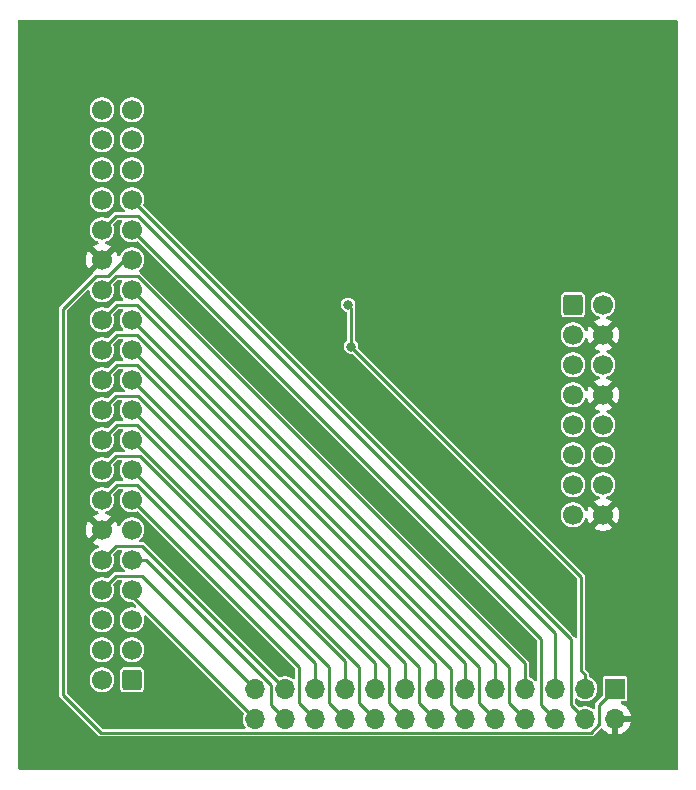
<source format=gbr>
%TF.GenerationSoftware,KiCad,Pcbnew,9.0.5*%
%TF.CreationDate,2025-12-13T23:56:32-06:00*%
%TF.ProjectId,CPE495-LED-Driver-Board,43504534-3935-42d4-9c45-442d44726976,v0.2*%
%TF.SameCoordinates,Original*%
%TF.FileFunction,Copper,L2,Bot*%
%TF.FilePolarity,Positive*%
%FSLAX46Y46*%
G04 Gerber Fmt 4.6, Leading zero omitted, Abs format (unit mm)*
G04 Created by KiCad (PCBNEW 9.0.5) date 2025-12-13 23:56:32*
%MOMM*%
%LPD*%
G01*
G04 APERTURE LIST*
G04 Aperture macros list*
%AMRoundRect*
0 Rectangle with rounded corners*
0 $1 Rounding radius*
0 $2 $3 $4 $5 $6 $7 $8 $9 X,Y pos of 4 corners*
0 Add a 4 corners polygon primitive as box body*
4,1,4,$2,$3,$4,$5,$6,$7,$8,$9,$2,$3,0*
0 Add four circle primitives for the rounded corners*
1,1,$1+$1,$2,$3*
1,1,$1+$1,$4,$5*
1,1,$1+$1,$6,$7*
1,1,$1+$1,$8,$9*
0 Add four rect primitives between the rounded corners*
20,1,$1+$1,$2,$3,$4,$5,0*
20,1,$1+$1,$4,$5,$6,$7,0*
20,1,$1+$1,$6,$7,$8,$9,0*
20,1,$1+$1,$8,$9,$2,$3,0*%
G04 Aperture macros list end*
%TA.AperFunction,ComponentPad*%
%ADD10R,1.700000X1.700000*%
%TD*%
%TA.AperFunction,ComponentPad*%
%ADD11O,1.700000X1.700000*%
%TD*%
%TA.AperFunction,ComponentPad*%
%ADD12RoundRect,0.250000X0.600000X0.600000X-0.600000X0.600000X-0.600000X-0.600000X0.600000X-0.600000X0*%
%TD*%
%TA.AperFunction,ComponentPad*%
%ADD13C,1.700000*%
%TD*%
%TA.AperFunction,ComponentPad*%
%ADD14RoundRect,0.250000X-0.600000X-0.600000X0.600000X-0.600000X0.600000X0.600000X-0.600000X0.600000X0*%
%TD*%
%TA.AperFunction,ViaPad*%
%ADD15C,0.800000*%
%TD*%
%TA.AperFunction,Conductor*%
%ADD16C,0.250000*%
%TD*%
G04 APERTURE END LIST*
D10*
%TO.P,J3,1,Pin_1*%
%TO.N,+3.3V*%
X199136000Y-126492000D03*
D11*
%TO.P,J3,2,Pin_2*%
%TO.N,GND*%
X199136000Y-129032000D03*
%TO.P,J3,3,Pin_3*%
%TO.N,+5V*%
X196596000Y-126492000D03*
%TO.P,J3,4,Pin_4*%
%TO.N,GPIO28 (AH22) (AA6)*%
X196596000Y-129032000D03*
%TO.P,J3,5,Pin_5*%
%TO.N,GPIO27 (AE24) (Y6)*%
X194056000Y-126492000D03*
%TO.P,J3,6,Pin_6*%
%TO.N,GPIO26 (AG22) (AA7)*%
X194056000Y-129032000D03*
%TO.P,J3,7,Pin_7*%
%TO.N,GPIO25 (AE25) (Y7)*%
X191516000Y-126492000D03*
%TO.P,J3,8,Pin_8*%
%TO.N,GPIO24 (AH25) (AA8)*%
X191516000Y-129032000D03*
%TO.P,J3,9,Pin_9*%
%TO.N,GPIO23 (AD25) (Y8)*%
X188976000Y-126492000D03*
%TO.P,J3,10,Pin_10*%
%TO.N,GPIO22 (AG25) (AA9)*%
X188976000Y-129032000D03*
%TO.P,J3,11,Pin_11*%
%TO.N,GPIO21 (AD22) (AA10)*%
X186436000Y-126492000D03*
%TO.P,J3,12,Pin_12*%
%TO.N,GPIO20 (AF22) (AB10)*%
X186436000Y-129032000D03*
%TO.P,J3,13,Pin_13*%
%TO.N,GPIO19 (AF21) (W11)*%
X183896000Y-126492000D03*
%TO.P,J3,14,Pin_14*%
%TO.N,GPIO18 (AE22) (AB11)*%
X183896000Y-129032000D03*
%TO.P,J3,15,Pin_15*%
%TO.N,GPIO17 (AC22) (Y11)*%
X181356000Y-126492000D03*
%TO.P,J3,16,Pin_16*%
%TO.N,GPIO16 (AF25) (AB12)*%
X181356000Y-129032000D03*
%TO.P,J3,17,Pin_17*%
%TO.N,GPIO15 (AE21) (AB13)*%
X178816000Y-126492000D03*
%TO.P,J3,18,Pin_18*%
%TO.N,GPIO14 (AF24) (W12)*%
X178816000Y-129032000D03*
%TO.P,J3,19,Pin_19*%
%TO.N,GPIO13 (AF15) (W13)*%
X176276000Y-126492000D03*
%TO.P,J3,20,Pin_20*%
%TO.N,GPIO12 (AD19) (AA14)*%
X176276000Y-129032000D03*
%TO.P,J3,21,Pin_21*%
%TO.N,GPIO11 (AF16) (AA15)*%
X173736000Y-126492000D03*
%TO.P,J3,22,Pin_22*%
%TO.N,GPIO10 (AC19) (W5)*%
X173736000Y-129032000D03*
%TO.P,J3,23,Pin_23*%
%TO.N,GPIO9 (AE15) (V5)*%
X171196000Y-126492000D03*
%TO.P,J3,24,Pin_24*%
%TO.N,GPIO8 (AD15) (W6)*%
X171196000Y-129032000D03*
%TO.P,J3,25,Pin_25*%
%TO.N,GPIO7 (AE16) (W7)*%
X168656000Y-126492000D03*
%TO.P,J3,26,Pin_26*%
%TO.N,GPIO6 (AD21) (V7)*%
X168656000Y-129032000D03*
%TD*%
D12*
%TO.P,J1,1,Pin_1*%
%TO.N,GPIO0 (AB22) (V10)*%
X158232500Y-125730000D03*
D13*
%TO.P,J1,2,Pin_2*%
%TO.N,GPIO1 (AC15) (W10)*%
X155692500Y-125730000D03*
%TO.P,J1,3,Pin_3*%
%TO.N,GPIO2 (AB21) (V9)*%
X158232500Y-123190000D03*
%TO.P,J1,4,Pin_4*%
%TO.N,GPIO3 (Y17) (W9)*%
X155692500Y-123190000D03*
%TO.P,J1,5,Pin_5*%
%TO.N,GPIO4 (AC21) (V8)*%
X158232500Y-120650000D03*
%TO.P,J1,6,Pin_6*%
%TO.N,GPIO5 (Y16) (W8)*%
X155692500Y-120650000D03*
%TO.P,J1,7,Pin_7*%
%TO.N,GPIO6 (AD21) (V7)*%
X158232500Y-118110000D03*
%TO.P,J1,8,Pin_8*%
%TO.N,GPIO7 (AE16) (W7)*%
X155692500Y-118110000D03*
%TO.P,J1,9,Pin_9*%
%TO.N,GPIO8 (AD15) (W6)*%
X158232500Y-115570000D03*
%TO.P,J1,10,Pin_10*%
%TO.N,GPIO9 (AE15) (V5)*%
X155692500Y-115570000D03*
%TO.P,J1,11,Pin_11*%
%TO.N,+5V*%
X158232500Y-113030000D03*
%TO.P,J1,12,Pin_12*%
%TO.N,GND*%
X155692500Y-113030000D03*
%TO.P,J1,13,Pin_13*%
%TO.N,GPIO10 (AC19) (W5)*%
X158232500Y-110490000D03*
%TO.P,J1,14,Pin_14*%
%TO.N,GPIO11 (AF16) (AA15)*%
X155692500Y-110490000D03*
%TO.P,J1,15,Pin_15*%
%TO.N,GPIO12 (AD19) (AA14)*%
X158232500Y-107950000D03*
%TO.P,J1,16,Pin_16*%
%TO.N,GPIO13 (AF15) (W13)*%
X155692500Y-107950000D03*
%TO.P,J1,17,Pin_17*%
%TO.N,GPIO14 (AF24) (W12)*%
X158232500Y-105410000D03*
%TO.P,J1,18,Pin_18*%
%TO.N,GPIO15 (AE21) (AB13)*%
X155692500Y-105410000D03*
%TO.P,J1,19,Pin_19*%
%TO.N,GPIO16 (AF25) (AB12)*%
X158232500Y-102870000D03*
%TO.P,J1,20,Pin_20*%
%TO.N,GPIO17 (AC22) (Y11)*%
X155692500Y-102870000D03*
%TO.P,J1,21,Pin_21*%
%TO.N,GPIO18 (AE22) (AB11)*%
X158232500Y-100330000D03*
%TO.P,J1,22,Pin_22*%
%TO.N,GPIO19 (AF21) (W11)*%
X155692500Y-100330000D03*
%TO.P,J1,23,Pin_23*%
%TO.N,GPIO20 (AF22) (AB10)*%
X158232500Y-97790000D03*
%TO.P,J1,24,Pin_24*%
%TO.N,GPIO21 (AD22) (AA10)*%
X155692500Y-97790000D03*
%TO.P,J1,25,Pin_25*%
%TO.N,GPIO22 (AG25) (AA9)*%
X158232500Y-95250000D03*
%TO.P,J1,26,Pin_26*%
%TO.N,GPIO23 (AD25) (Y8)*%
X155692500Y-95250000D03*
%TO.P,J1,27,Pin_27*%
%TO.N,GPIO24 (AH25) (AA8)*%
X158232500Y-92710000D03*
%TO.P,J1,28,Pin_28*%
%TO.N,GPIO25 (AE25) (Y7)*%
X155692500Y-92710000D03*
%TO.P,J1,29,Pin_29*%
%TO.N,+3.3V*%
X158232500Y-90170000D03*
%TO.P,J1,30,Pin_30*%
%TO.N,GND*%
X155692500Y-90170000D03*
%TO.P,J1,31,Pin_31*%
%TO.N,GPIO26 (AG22) (AA7)*%
X158232500Y-87630000D03*
%TO.P,J1,32,Pin_32*%
%TO.N,GPIO27 (AE24) (Y6)*%
X155692500Y-87630000D03*
%TO.P,J1,33,Pin_33*%
%TO.N,GPIO28 (AH22) (AA6)*%
X158232500Y-85090000D03*
%TO.P,J1,34,Pin_34*%
%TO.N,GPIO29 (AF26) (Y5)*%
X155692500Y-85090000D03*
%TO.P,J1,35,Pin_35*%
%TO.N,GPIO30 (AE20) (AA5)*%
X158232500Y-82550000D03*
%TO.P,J1,36,Pin_36*%
%TO.N,GPIO31 (AG23) (Y4)*%
X155692500Y-82550000D03*
%TO.P,J1,37,Pin_37*%
%TO.N,GPIO32 (AF20) (AB3)*%
X158232500Y-80010000D03*
%TO.P,J1,38,Pin_38*%
%TO.N,GPIO33 (AH26) (Y3)*%
X155692500Y-80010000D03*
%TO.P,J1,39,Pin_39*%
%TO.N,GPIO34 (AH23) (AB2)*%
X158232500Y-77470000D03*
%TO.P,J1,40,Pin_40*%
%TO.N,GPIO35 (AG26) (AA2)*%
X155692500Y-77470000D03*
%TD*%
D14*
%TO.P,J2,1,Pin_1*%
%TO.N,R1*%
X195580000Y-93980000D03*
D13*
%TO.P,J2,2,Pin_2*%
%TO.N,G1*%
X198120000Y-93980000D03*
%TO.P,J2,3,Pin_3*%
%TO.N,B1*%
X195580000Y-96520000D03*
%TO.P,J2,4,Pin_4*%
%TO.N,GND*%
X198120000Y-96520000D03*
%TO.P,J2,5,Pin_5*%
%TO.N,R2*%
X195580000Y-99060000D03*
%TO.P,J2,6,Pin_6*%
%TO.N,G2*%
X198120000Y-99060000D03*
%TO.P,J2,7,Pin_7*%
%TO.N,B2*%
X195580000Y-101600000D03*
%TO.P,J2,8,Pin_8*%
%TO.N,GND*%
X198120000Y-101600000D03*
%TO.P,J2,9,Pin_9*%
%TO.N,A*%
X195580000Y-104140000D03*
%TO.P,J2,10,Pin_10*%
%TO.N,B*%
X198120000Y-104140000D03*
%TO.P,J2,11,Pin_11*%
%TO.N,C*%
X195580000Y-106680000D03*
%TO.P,J2,12,Pin_12*%
%TO.N,D*%
X198120000Y-106680000D03*
%TO.P,J2,13,Pin_13*%
%TO.N,CLK*%
X195580000Y-109220000D03*
%TO.P,J2,14,Pin_14*%
%TO.N,LATCH*%
X198120000Y-109220000D03*
%TO.P,J2,15,Pin_15*%
%TO.N,OE*%
X195580000Y-111760000D03*
%TO.P,J2,16,Pin_16*%
%TO.N,GND*%
X198120000Y-111760000D03*
%TD*%
D15*
%TO.N,GND*%
X177749479Y-109169479D03*
X177749479Y-93929479D03*
X151130000Y-111760000D03*
%TO.N,+5V*%
X176530000Y-93980000D03*
X176784000Y-97536000D03*
%TD*%
D16*
%TO.N,+5V*%
X196274081Y-124968000D02*
X196274081Y-117026081D01*
X196596000Y-125289919D02*
X196274081Y-124968000D01*
X196596000Y-126492000D02*
X196596000Y-125289919D01*
X176784000Y-97536000D02*
X176784000Y-94234000D01*
X196274081Y-117026081D02*
X176784000Y-97536000D01*
X176784000Y-94234000D02*
X176530000Y-93980000D01*
%TO.N,GPIO13 (AF15) (W13)*%
X158909201Y-106775000D02*
X156867500Y-106775000D01*
X176276000Y-126492000D02*
X176276000Y-124141799D01*
X156867500Y-106775000D02*
X155692500Y-107950000D01*
X176276000Y-124141799D02*
X158909201Y-106775000D01*
%TO.N,GPIO14 (AF24) (W12)*%
X178816000Y-129032000D02*
X177451000Y-127667000D01*
X177451000Y-124628500D02*
X158232500Y-105410000D01*
X177451000Y-127667000D02*
X177451000Y-124628500D01*
%TO.N,GPIO15 (AE21) (AB13)*%
X178816000Y-124331799D02*
X158624201Y-104140000D01*
X158624201Y-104140000D02*
X156962500Y-104140000D01*
X156962500Y-104140000D02*
X155692500Y-105410000D01*
X178816000Y-126492000D02*
X178816000Y-124331799D01*
%TO.N,GPIO16 (AF25) (AB12)*%
X181356000Y-129032000D02*
X179991000Y-127667000D01*
X179991000Y-127667000D02*
X179991000Y-124628500D01*
X179991000Y-124628500D02*
X158232500Y-102870000D01*
%TO.N,GPIO17 (AC22) (Y11)*%
X181356000Y-124331799D02*
X158719201Y-101695000D01*
X156867500Y-101695000D02*
X155692500Y-102870000D01*
X158719201Y-101695000D02*
X156867500Y-101695000D01*
X181356000Y-126492000D02*
X181356000Y-124331799D01*
%TO.N,GPIO18 (AE22) (AB11)*%
X183896000Y-129032000D02*
X182531000Y-127667000D01*
X182531000Y-124628500D02*
X158232500Y-100330000D01*
X182531000Y-127667000D02*
X182531000Y-124628500D01*
%TO.N,GPIO19 (AF21) (W11)*%
X158624201Y-99060000D02*
X156962500Y-99060000D01*
X183896000Y-124331799D02*
X158624201Y-99060000D01*
X156962500Y-99060000D02*
X155692500Y-100330000D01*
X183896000Y-126492000D02*
X183896000Y-124331799D01*
%TO.N,GPIO20 (AF22) (AB10)*%
X186436000Y-129032000D02*
X185261000Y-127857000D01*
X185261000Y-124818500D02*
X158232500Y-97790000D01*
X185261000Y-127857000D02*
X185261000Y-124818500D01*
%TO.N,GPIO21 (AD22) (AA10)*%
X186436000Y-124331799D02*
X158624201Y-96520000D01*
X158624201Y-96520000D02*
X156962500Y-96520000D01*
X186436000Y-126492000D02*
X186436000Y-124331799D01*
X156962500Y-96520000D02*
X155692500Y-97790000D01*
%TO.N,GPIO22 (AG25) (AA9)*%
X187611000Y-124628500D02*
X158232500Y-95250000D01*
X187611000Y-127667000D02*
X187611000Y-124628500D01*
X188976000Y-129032000D02*
X187611000Y-127667000D01*
%TO.N,GPIO23 (AD25) (Y8)*%
X156962500Y-93980000D02*
X155692500Y-95250000D01*
X188976000Y-124331799D02*
X158624201Y-93980000D01*
X188976000Y-126492000D02*
X188976000Y-124331799D01*
X158624201Y-93980000D02*
X156962500Y-93980000D01*
%TO.N,GPIO24 (AH25) (AA8)*%
X190151000Y-127667000D02*
X190151000Y-124628500D01*
X191516000Y-129032000D02*
X190151000Y-127667000D01*
X190151000Y-124628500D02*
X158232500Y-92710000D01*
%TO.N,GPIO25 (AE25) (Y7)*%
X158719201Y-91535000D02*
X156867500Y-91535000D01*
X191516000Y-126492000D02*
X191516000Y-124331799D01*
X156867500Y-91535000D02*
X155692500Y-92710000D01*
X191516000Y-124331799D02*
X158719201Y-91535000D01*
%TO.N,+3.3V*%
X155607000Y-130207000D02*
X152400000Y-127000000D01*
X152400000Y-94340799D02*
X155205799Y-91535000D01*
X156231104Y-91535000D02*
X157596104Y-90170000D01*
X197771000Y-127857000D02*
X197771000Y-129518701D01*
X157596104Y-90170000D02*
X158232500Y-90170000D01*
X155205799Y-91535000D02*
X156231104Y-91535000D01*
X197082701Y-130207000D02*
X155607000Y-130207000D01*
X199136000Y-126492000D02*
X197771000Y-127857000D01*
X197771000Y-129518701D02*
X197082701Y-130207000D01*
X152400000Y-127000000D02*
X152400000Y-94340799D01*
%TO.N,GPIO26 (AG22) (AA7)*%
X194056000Y-129032000D02*
X192881000Y-127857000D01*
X192881000Y-127857000D02*
X192881000Y-122278500D01*
X192881000Y-122278500D02*
X158232500Y-87630000D01*
%TO.N,GPIO27 (AE24) (Y6)*%
X194056000Y-121791799D02*
X158719201Y-86455000D01*
X158719201Y-86455000D02*
X156867500Y-86455000D01*
X194056000Y-126492000D02*
X194056000Y-121791799D01*
X156867500Y-86455000D02*
X155692500Y-87630000D01*
%TO.N,GPIO28 (AH22) (AA6)*%
X195421000Y-122278500D02*
X158232500Y-85090000D01*
X195421000Y-127857000D02*
X195421000Y-122278500D01*
X196596000Y-129032000D02*
X195421000Y-127857000D01*
%TO.N,GPIO12 (AD19) (AA14)*%
X176276000Y-129032000D02*
X174911000Y-127667000D01*
X174911000Y-124628500D02*
X158232500Y-107950000D01*
X174911000Y-127667000D02*
X174911000Y-124628500D01*
%TO.N,GPIO11 (AF16) (AA15)*%
X173736000Y-124331799D02*
X158624201Y-109220000D01*
X158624201Y-109220000D02*
X156962500Y-109220000D01*
X173736000Y-126492000D02*
X173736000Y-124331799D01*
X156962500Y-109220000D02*
X155692500Y-110490000D01*
%TO.N,GPIO10 (AC19) (W5)*%
X172371000Y-124628500D02*
X158232500Y-110490000D01*
X172371000Y-127667000D02*
X172371000Y-124628500D01*
X173736000Y-129032000D02*
X172371000Y-127667000D01*
%TO.N,GPIO9 (AE15) (V5)*%
X159099000Y-114395000D02*
X156867500Y-114395000D01*
X171196000Y-126492000D02*
X159099000Y-114395000D01*
X156867500Y-114395000D02*
X155692500Y-115570000D01*
%TO.N,GPIO8 (AD15) (W6)*%
X159395701Y-115570000D02*
X158232500Y-115570000D01*
X170021000Y-127857000D02*
X170021000Y-126195299D01*
X170021000Y-126195299D02*
X159395701Y-115570000D01*
X171196000Y-129032000D02*
X170021000Y-127857000D01*
%TO.N,GPIO7 (AE16) (W7)*%
X156867500Y-116935000D02*
X155692500Y-118110000D01*
X159099000Y-116935000D02*
X156867500Y-116935000D01*
X168656000Y-126492000D02*
X159099000Y-116935000D01*
%TO.N,GPIO6 (AD21) (V7)*%
X168656000Y-129032000D02*
X158232500Y-118608500D01*
X158232500Y-118608500D02*
X158232500Y-118110000D01*
%TD*%
%TA.AperFunction,Conductor*%
%TO.N,GND*%
G36*
X157369084Y-91880502D02*
G01*
X157415577Y-91934158D01*
X157425681Y-92004432D01*
X157405728Y-92056499D01*
X157328589Y-92171949D01*
X157301559Y-92212402D01*
X157222372Y-92403574D01*
X157222370Y-92403579D01*
X157182000Y-92606532D01*
X157182000Y-92813467D01*
X157213111Y-92969870D01*
X157222370Y-93016420D01*
X157301559Y-93207598D01*
X157416523Y-93379655D01*
X157416524Y-93379656D01*
X157416529Y-93379662D01*
X157476272Y-93439405D01*
X157510298Y-93501717D01*
X157505233Y-93572532D01*
X157462686Y-93629368D01*
X157396166Y-93654179D01*
X157387177Y-93654500D01*
X157005353Y-93654500D01*
X156919647Y-93654500D01*
X156836861Y-93676682D01*
X156836859Y-93676683D01*
X156836856Y-93676684D01*
X156762641Y-93719532D01*
X156762635Y-93719537D01*
X156230548Y-94251623D01*
X156168236Y-94285648D01*
X156097420Y-94280583D01*
X156093235Y-94278936D01*
X155998926Y-94239872D01*
X155998920Y-94239870D01*
X155795967Y-94199500D01*
X155795965Y-94199500D01*
X155589035Y-94199500D01*
X155589032Y-94199500D01*
X155386079Y-94239870D01*
X155386074Y-94239872D01*
X155194902Y-94319059D01*
X155022843Y-94434024D01*
X155022837Y-94434029D01*
X154876529Y-94580337D01*
X154876524Y-94580343D01*
X154761559Y-94752402D01*
X154682372Y-94943574D01*
X154682370Y-94943579D01*
X154642000Y-95146532D01*
X154642000Y-95353467D01*
X154673111Y-95509870D01*
X154682370Y-95556420D01*
X154761559Y-95747598D01*
X154830207Y-95850337D01*
X154876524Y-95919656D01*
X154876529Y-95919662D01*
X155022837Y-96065970D01*
X155022843Y-96065975D01*
X155022845Y-96065977D01*
X155194902Y-96180941D01*
X155386080Y-96260130D01*
X155589035Y-96300500D01*
X155589036Y-96300500D01*
X155795964Y-96300500D01*
X155795965Y-96300500D01*
X155998920Y-96260130D01*
X156190098Y-96180941D01*
X156362155Y-96065977D01*
X156508477Y-95919655D01*
X156623441Y-95747598D01*
X156702630Y-95556420D01*
X156743000Y-95353465D01*
X156743000Y-95146535D01*
X156702630Y-94943580D01*
X156702627Y-94943572D01*
X156663563Y-94849264D01*
X156655973Y-94778675D01*
X156687751Y-94715187D01*
X156690844Y-94711981D01*
X157060423Y-94342404D01*
X157087797Y-94327456D01*
X157114020Y-94310604D01*
X157120318Y-94309698D01*
X157122735Y-94308379D01*
X157149518Y-94305500D01*
X157387177Y-94305500D01*
X157455298Y-94325502D01*
X157501791Y-94379158D01*
X157511895Y-94449432D01*
X157482401Y-94514012D01*
X157476272Y-94520595D01*
X157416529Y-94580337D01*
X157416524Y-94580343D01*
X157301559Y-94752402D01*
X157222372Y-94943574D01*
X157222370Y-94943579D01*
X157182000Y-95146532D01*
X157182000Y-95353467D01*
X157213111Y-95509870D01*
X157222370Y-95556420D01*
X157301559Y-95747598D01*
X157370207Y-95850337D01*
X157416524Y-95919656D01*
X157416529Y-95919662D01*
X157476272Y-95979405D01*
X157510298Y-96041717D01*
X157505233Y-96112532D01*
X157462686Y-96169368D01*
X157396166Y-96194179D01*
X157387177Y-96194500D01*
X157005353Y-96194500D01*
X156919647Y-96194500D01*
X156836861Y-96216682D01*
X156836859Y-96216683D01*
X156836856Y-96216684D01*
X156762641Y-96259532D01*
X156762635Y-96259537D01*
X156230548Y-96791623D01*
X156168236Y-96825648D01*
X156097420Y-96820583D01*
X156093235Y-96818936D01*
X155998926Y-96779872D01*
X155998920Y-96779870D01*
X155795967Y-96739500D01*
X155795965Y-96739500D01*
X155589035Y-96739500D01*
X155589032Y-96739500D01*
X155386079Y-96779870D01*
X155386074Y-96779872D01*
X155194902Y-96859059D01*
X155022843Y-96974024D01*
X155022837Y-96974029D01*
X154876529Y-97120337D01*
X154876524Y-97120343D01*
X154761559Y-97292402D01*
X154682372Y-97483574D01*
X154682370Y-97483579D01*
X154642000Y-97686532D01*
X154642000Y-97893467D01*
X154666476Y-98016514D01*
X154682370Y-98096420D01*
X154761559Y-98287598D01*
X154830207Y-98390337D01*
X154876524Y-98459656D01*
X154876529Y-98459662D01*
X155022837Y-98605970D01*
X155022843Y-98605975D01*
X155022845Y-98605977D01*
X155194902Y-98720941D01*
X155386080Y-98800130D01*
X155589035Y-98840500D01*
X155589036Y-98840500D01*
X155795964Y-98840500D01*
X155795965Y-98840500D01*
X155998920Y-98800130D01*
X156190098Y-98720941D01*
X156362155Y-98605977D01*
X156508477Y-98459655D01*
X156623441Y-98287598D01*
X156702630Y-98096420D01*
X156743000Y-97893465D01*
X156743000Y-97686535D01*
X156702630Y-97483580D01*
X156691597Y-97456944D01*
X156663563Y-97389264D01*
X156655973Y-97318675D01*
X156687751Y-97255187D01*
X156690844Y-97251981D01*
X157060423Y-96882404D01*
X157087797Y-96867456D01*
X157114020Y-96850604D01*
X157120318Y-96849698D01*
X157122735Y-96848379D01*
X157149518Y-96845500D01*
X157387177Y-96845500D01*
X157455298Y-96865502D01*
X157501791Y-96919158D01*
X157511895Y-96989432D01*
X157482401Y-97054012D01*
X157476272Y-97060595D01*
X157416529Y-97120337D01*
X157416524Y-97120343D01*
X157301559Y-97292402D01*
X157222372Y-97483574D01*
X157222370Y-97483579D01*
X157182000Y-97686532D01*
X157182000Y-97893467D01*
X157206476Y-98016514D01*
X157222370Y-98096420D01*
X157301559Y-98287598D01*
X157370207Y-98390337D01*
X157416524Y-98459656D01*
X157416529Y-98459662D01*
X157476272Y-98519405D01*
X157510298Y-98581717D01*
X157505233Y-98652532D01*
X157462686Y-98709368D01*
X157396166Y-98734179D01*
X157387177Y-98734500D01*
X157005353Y-98734500D01*
X156919647Y-98734500D01*
X156836861Y-98756682D01*
X156836859Y-98756683D01*
X156836856Y-98756684D01*
X156762641Y-98799532D01*
X156762635Y-98799537D01*
X156230548Y-99331623D01*
X156168236Y-99365648D01*
X156097420Y-99360583D01*
X156093235Y-99358936D01*
X155998926Y-99319872D01*
X155998920Y-99319870D01*
X155795967Y-99279500D01*
X155795965Y-99279500D01*
X155589035Y-99279500D01*
X155589032Y-99279500D01*
X155386079Y-99319870D01*
X155386074Y-99319872D01*
X155194902Y-99399059D01*
X155022843Y-99514024D01*
X155022837Y-99514029D01*
X154876529Y-99660337D01*
X154876524Y-99660343D01*
X154761559Y-99832402D01*
X154682372Y-100023574D01*
X154682370Y-100023579D01*
X154642000Y-100226532D01*
X154642000Y-100433467D01*
X154673111Y-100589870D01*
X154682370Y-100636420D01*
X154761559Y-100827598D01*
X154830207Y-100930337D01*
X154876524Y-100999656D01*
X154876529Y-100999662D01*
X155022837Y-101145970D01*
X155022843Y-101145975D01*
X155022845Y-101145977D01*
X155194902Y-101260941D01*
X155386080Y-101340130D01*
X155589035Y-101380500D01*
X155589036Y-101380500D01*
X155795964Y-101380500D01*
X155795965Y-101380500D01*
X155998920Y-101340130D01*
X156190098Y-101260941D01*
X156362155Y-101145977D01*
X156508477Y-100999655D01*
X156623441Y-100827598D01*
X156702630Y-100636420D01*
X156743000Y-100433465D01*
X156743000Y-100226535D01*
X156702630Y-100023580D01*
X156702627Y-100023572D01*
X156663563Y-99929264D01*
X156655973Y-99858675D01*
X156687751Y-99795187D01*
X156690844Y-99791981D01*
X157060423Y-99422404D01*
X157087797Y-99407456D01*
X157114020Y-99390604D01*
X157120318Y-99389698D01*
X157122735Y-99388379D01*
X157149518Y-99385500D01*
X157387177Y-99385500D01*
X157455298Y-99405502D01*
X157501791Y-99459158D01*
X157511895Y-99529432D01*
X157482401Y-99594012D01*
X157476272Y-99600595D01*
X157416529Y-99660337D01*
X157416524Y-99660343D01*
X157301559Y-99832402D01*
X157222372Y-100023574D01*
X157222370Y-100023579D01*
X157182000Y-100226532D01*
X157182000Y-100433467D01*
X157213111Y-100589870D01*
X157222370Y-100636420D01*
X157301559Y-100827598D01*
X157370207Y-100930337D01*
X157416524Y-100999656D01*
X157416529Y-100999662D01*
X157562835Y-101145968D01*
X157562840Y-101145972D01*
X157562845Y-101145977D01*
X157562850Y-101145980D01*
X157562986Y-101146092D01*
X157563043Y-101146176D01*
X157567222Y-101150355D01*
X157566430Y-101151146D01*
X157602961Y-101204765D01*
X157604870Y-101275736D01*
X157568105Y-101336472D01*
X157504340Y-101367690D01*
X157483063Y-101369500D01*
X156910353Y-101369500D01*
X156824647Y-101369500D01*
X156741861Y-101391682D01*
X156741859Y-101391683D01*
X156741856Y-101391684D01*
X156667641Y-101434532D01*
X156667635Y-101434537D01*
X156230548Y-101871623D01*
X156168236Y-101905648D01*
X156097420Y-101900583D01*
X156093235Y-101898936D01*
X155998926Y-101859872D01*
X155998920Y-101859870D01*
X155795967Y-101819500D01*
X155795965Y-101819500D01*
X155589035Y-101819500D01*
X155589032Y-101819500D01*
X155386079Y-101859870D01*
X155386074Y-101859872D01*
X155194902Y-101939059D01*
X155022843Y-102054024D01*
X155022837Y-102054029D01*
X154876529Y-102200337D01*
X154876524Y-102200343D01*
X154761559Y-102372402D01*
X154682372Y-102563574D01*
X154682370Y-102563579D01*
X154642000Y-102766532D01*
X154642000Y-102973467D01*
X154667781Y-103103074D01*
X154682370Y-103176420D01*
X154761559Y-103367598D01*
X154830207Y-103470337D01*
X154876524Y-103539656D01*
X154876529Y-103539662D01*
X155022837Y-103685970D01*
X155022843Y-103685975D01*
X155022845Y-103685977D01*
X155194902Y-103800941D01*
X155386080Y-103880130D01*
X155589035Y-103920500D01*
X155589036Y-103920500D01*
X155795964Y-103920500D01*
X155795965Y-103920500D01*
X155998920Y-103880130D01*
X156190098Y-103800941D01*
X156362155Y-103685977D01*
X156508477Y-103539655D01*
X156623441Y-103367598D01*
X156702630Y-103176420D01*
X156743000Y-102973465D01*
X156743000Y-102766535D01*
X156702630Y-102563580D01*
X156702627Y-102563572D01*
X156663563Y-102469264D01*
X156655973Y-102398675D01*
X156687751Y-102335187D01*
X156690843Y-102331982D01*
X156965423Y-102057404D01*
X156992797Y-102042456D01*
X157019020Y-102025604D01*
X157025318Y-102024698D01*
X157027735Y-102023379D01*
X157054518Y-102020500D01*
X157300963Y-102020500D01*
X157369084Y-102040502D01*
X157415577Y-102094158D01*
X157425681Y-102164432D01*
X157405728Y-102216499D01*
X157342085Y-102311750D01*
X157301559Y-102372402D01*
X157222372Y-102563574D01*
X157222370Y-102563579D01*
X157182000Y-102766532D01*
X157182000Y-102973467D01*
X157207781Y-103103074D01*
X157222370Y-103176420D01*
X157301559Y-103367598D01*
X157370207Y-103470337D01*
X157416524Y-103539656D01*
X157416529Y-103539662D01*
X157476272Y-103599405D01*
X157510298Y-103661717D01*
X157505233Y-103732532D01*
X157462686Y-103789368D01*
X157396166Y-103814179D01*
X157387177Y-103814500D01*
X157005353Y-103814500D01*
X156919647Y-103814500D01*
X156836861Y-103836682D01*
X156836859Y-103836683D01*
X156836856Y-103836684D01*
X156762641Y-103879532D01*
X156762635Y-103879537D01*
X156230548Y-104411623D01*
X156168236Y-104445648D01*
X156097420Y-104440583D01*
X156093235Y-104438936D01*
X155998926Y-104399872D01*
X155998920Y-104399870D01*
X155795967Y-104359500D01*
X155795965Y-104359500D01*
X155589035Y-104359500D01*
X155589032Y-104359500D01*
X155386079Y-104399870D01*
X155386074Y-104399872D01*
X155194902Y-104479059D01*
X155022843Y-104594024D01*
X155022837Y-104594029D01*
X154876529Y-104740337D01*
X154876524Y-104740343D01*
X154761559Y-104912402D01*
X154682372Y-105103574D01*
X154682370Y-105103579D01*
X154642000Y-105306532D01*
X154642000Y-105513467D01*
X154673111Y-105669870D01*
X154682370Y-105716420D01*
X154761559Y-105907598D01*
X154830207Y-106010337D01*
X154876524Y-106079656D01*
X154876529Y-106079662D01*
X155022837Y-106225970D01*
X155022843Y-106225975D01*
X155022845Y-106225977D01*
X155194902Y-106340941D01*
X155386080Y-106420130D01*
X155589035Y-106460500D01*
X155589036Y-106460500D01*
X155795964Y-106460500D01*
X155795965Y-106460500D01*
X155998920Y-106420130D01*
X156190098Y-106340941D01*
X156362155Y-106225977D01*
X156508477Y-106079655D01*
X156623441Y-105907598D01*
X156702630Y-105716420D01*
X156743000Y-105513465D01*
X156743000Y-105306535D01*
X156702630Y-105103580D01*
X156702627Y-105103572D01*
X156663563Y-105009264D01*
X156655973Y-104938675D01*
X156687751Y-104875187D01*
X156690844Y-104871981D01*
X157060423Y-104502404D01*
X157087797Y-104487456D01*
X157114020Y-104470604D01*
X157120318Y-104469698D01*
X157122735Y-104468379D01*
X157149518Y-104465500D01*
X157387177Y-104465500D01*
X157455298Y-104485502D01*
X157501791Y-104539158D01*
X157511895Y-104609432D01*
X157482401Y-104674012D01*
X157476272Y-104680595D01*
X157416529Y-104740337D01*
X157416524Y-104740343D01*
X157301559Y-104912402D01*
X157222372Y-105103574D01*
X157222370Y-105103579D01*
X157182000Y-105306532D01*
X157182000Y-105513467D01*
X157213111Y-105669870D01*
X157222370Y-105716420D01*
X157301559Y-105907598D01*
X157370207Y-106010337D01*
X157416524Y-106079656D01*
X157416529Y-106079662D01*
X157562835Y-106225968D01*
X157562840Y-106225972D01*
X157562845Y-106225977D01*
X157562850Y-106225980D01*
X157562986Y-106226092D01*
X157563043Y-106226176D01*
X157567222Y-106230355D01*
X157566430Y-106231146D01*
X157602961Y-106284765D01*
X157604870Y-106355736D01*
X157568105Y-106416472D01*
X157504340Y-106447690D01*
X157483063Y-106449500D01*
X156910353Y-106449500D01*
X156824647Y-106449500D01*
X156741861Y-106471682D01*
X156741859Y-106471683D01*
X156741856Y-106471684D01*
X156667641Y-106514532D01*
X156667635Y-106514537D01*
X156230548Y-106951623D01*
X156168236Y-106985648D01*
X156097420Y-106980583D01*
X156093235Y-106978936D01*
X155998926Y-106939872D01*
X155998920Y-106939870D01*
X155795967Y-106899500D01*
X155795965Y-106899500D01*
X155589035Y-106899500D01*
X155589032Y-106899500D01*
X155386079Y-106939870D01*
X155386074Y-106939872D01*
X155194902Y-107019059D01*
X155022843Y-107134024D01*
X155022837Y-107134029D01*
X154876529Y-107280337D01*
X154876524Y-107280343D01*
X154761559Y-107452402D01*
X154682372Y-107643574D01*
X154682370Y-107643579D01*
X154642000Y-107846532D01*
X154642000Y-108053467D01*
X154673111Y-108209870D01*
X154682370Y-108256420D01*
X154761559Y-108447598D01*
X154830207Y-108550337D01*
X154876524Y-108619656D01*
X154876529Y-108619662D01*
X155022837Y-108765970D01*
X155022843Y-108765975D01*
X155022845Y-108765977D01*
X155194902Y-108880941D01*
X155386080Y-108960130D01*
X155589035Y-109000500D01*
X155589036Y-109000500D01*
X155795964Y-109000500D01*
X155795965Y-109000500D01*
X155998920Y-108960130D01*
X156190098Y-108880941D01*
X156362155Y-108765977D01*
X156508477Y-108619655D01*
X156623441Y-108447598D01*
X156702630Y-108256420D01*
X156743000Y-108053465D01*
X156743000Y-107846535D01*
X156702630Y-107643580D01*
X156702627Y-107643572D01*
X156663563Y-107549264D01*
X156655973Y-107478675D01*
X156687751Y-107415187D01*
X156690843Y-107411982D01*
X156965423Y-107137404D01*
X156992797Y-107122456D01*
X157019020Y-107105604D01*
X157025318Y-107104698D01*
X157027735Y-107103379D01*
X157054518Y-107100500D01*
X157300963Y-107100500D01*
X157369084Y-107120502D01*
X157415577Y-107174158D01*
X157425681Y-107244432D01*
X157405728Y-107296499D01*
X157328589Y-107411949D01*
X157301559Y-107452402D01*
X157222372Y-107643574D01*
X157222370Y-107643579D01*
X157182000Y-107846532D01*
X157182000Y-108053467D01*
X157213111Y-108209870D01*
X157222370Y-108256420D01*
X157301559Y-108447598D01*
X157370207Y-108550337D01*
X157416524Y-108619656D01*
X157416529Y-108619662D01*
X157476272Y-108679405D01*
X157510298Y-108741717D01*
X157505233Y-108812532D01*
X157462686Y-108869368D01*
X157396166Y-108894179D01*
X157387177Y-108894500D01*
X157005353Y-108894500D01*
X156919647Y-108894500D01*
X156836861Y-108916682D01*
X156836859Y-108916683D01*
X156836856Y-108916684D01*
X156762641Y-108959532D01*
X156762635Y-108959537D01*
X156230548Y-109491623D01*
X156168236Y-109525648D01*
X156097420Y-109520583D01*
X156093235Y-109518936D01*
X155998926Y-109479872D01*
X155998920Y-109479870D01*
X155795967Y-109439500D01*
X155795965Y-109439500D01*
X155589035Y-109439500D01*
X155589032Y-109439500D01*
X155386079Y-109479870D01*
X155386074Y-109479872D01*
X155194902Y-109559059D01*
X155022843Y-109674024D01*
X155022837Y-109674029D01*
X154876529Y-109820337D01*
X154876524Y-109820343D01*
X154761559Y-109992402D01*
X154682372Y-110183574D01*
X154682370Y-110183579D01*
X154642000Y-110386532D01*
X154642000Y-110593467D01*
X154673111Y-110749870D01*
X154682370Y-110796420D01*
X154761559Y-110987598D01*
X154830207Y-111090337D01*
X154876524Y-111159656D01*
X154876529Y-111159662D01*
X155022837Y-111305970D01*
X155022843Y-111305975D01*
X155022845Y-111305977D01*
X155194902Y-111420941D01*
X155343219Y-111482376D01*
X155398500Y-111526924D01*
X155420921Y-111594288D01*
X155403363Y-111663079D01*
X155351401Y-111711457D01*
X155333938Y-111718618D01*
X155171210Y-111771492D01*
X155171207Y-111771493D01*
X154980753Y-111868534D01*
X154928331Y-111906621D01*
X154928331Y-111906622D01*
X155567551Y-112545842D01*
X155499507Y-112564075D01*
X155385493Y-112629901D01*
X155292401Y-112722993D01*
X155226575Y-112837007D01*
X155208342Y-112905051D01*
X154569122Y-112265831D01*
X154569121Y-112265831D01*
X154531034Y-112318253D01*
X154433993Y-112508707D01*
X154433990Y-112508713D01*
X154367940Y-112711996D01*
X154334500Y-112923126D01*
X154334500Y-113136873D01*
X154367940Y-113348003D01*
X154433990Y-113551286D01*
X154433993Y-113551292D01*
X154531035Y-113741748D01*
X154531036Y-113741750D01*
X154569120Y-113794167D01*
X154569121Y-113794168D01*
X155208341Y-113154947D01*
X155226575Y-113222993D01*
X155292401Y-113337007D01*
X155385493Y-113430099D01*
X155499507Y-113495925D01*
X155567550Y-113514157D01*
X154928330Y-114153377D01*
X154928331Y-114153378D01*
X154980749Y-114191463D01*
X154980751Y-114191464D01*
X155171207Y-114288506D01*
X155171213Y-114288509D01*
X155333937Y-114341381D01*
X155392543Y-114381454D01*
X155420180Y-114446851D01*
X155408073Y-114516808D01*
X155360067Y-114569114D01*
X155343220Y-114577623D01*
X155194900Y-114639060D01*
X155022843Y-114754024D01*
X155022837Y-114754029D01*
X154876529Y-114900337D01*
X154876524Y-114900343D01*
X154761559Y-115072402D01*
X154682372Y-115263574D01*
X154682370Y-115263579D01*
X154642000Y-115466532D01*
X154642000Y-115466535D01*
X154642000Y-115673465D01*
X154682370Y-115876420D01*
X154761559Y-116067598D01*
X154761560Y-116067599D01*
X154876524Y-116239656D01*
X154876529Y-116239662D01*
X155022837Y-116385970D01*
X155022843Y-116385975D01*
X155022845Y-116385977D01*
X155194902Y-116500941D01*
X155386080Y-116580130D01*
X155589035Y-116620500D01*
X155589036Y-116620500D01*
X155795964Y-116620500D01*
X155795965Y-116620500D01*
X155998920Y-116580130D01*
X156190098Y-116500941D01*
X156362155Y-116385977D01*
X156508477Y-116239655D01*
X156623441Y-116067598D01*
X156702630Y-115876420D01*
X156743000Y-115673465D01*
X156743000Y-115466535D01*
X156702630Y-115263580D01*
X156702627Y-115263572D01*
X156663563Y-115169264D01*
X156655973Y-115098675D01*
X156687751Y-115035187D01*
X156690843Y-115031982D01*
X156965423Y-114757404D01*
X156992797Y-114742456D01*
X157019020Y-114725604D01*
X157025318Y-114724698D01*
X157027735Y-114723379D01*
X157054518Y-114720500D01*
X157300963Y-114720500D01*
X157369084Y-114740502D01*
X157415577Y-114794158D01*
X157425681Y-114864432D01*
X157405728Y-114916499D01*
X157328589Y-115031949D01*
X157301559Y-115072402D01*
X157222372Y-115263574D01*
X157222370Y-115263579D01*
X157182000Y-115466532D01*
X157182000Y-115466535D01*
X157182000Y-115673465D01*
X157222370Y-115876420D01*
X157301559Y-116067598D01*
X157301560Y-116067599D01*
X157416524Y-116239656D01*
X157416529Y-116239662D01*
X157562835Y-116385968D01*
X157562840Y-116385972D01*
X157562845Y-116385977D01*
X157562850Y-116385980D01*
X157562986Y-116386092D01*
X157563043Y-116386176D01*
X157567222Y-116390355D01*
X157566430Y-116391146D01*
X157602961Y-116444765D01*
X157604870Y-116515736D01*
X157568105Y-116576472D01*
X157504340Y-116607690D01*
X157483063Y-116609500D01*
X156910353Y-116609500D01*
X156824647Y-116609500D01*
X156741861Y-116631682D01*
X156741859Y-116631683D01*
X156741856Y-116631684D01*
X156667641Y-116674532D01*
X156667635Y-116674537D01*
X156230548Y-117111623D01*
X156168236Y-117145648D01*
X156097420Y-117140583D01*
X156093235Y-117138936D01*
X155998926Y-117099872D01*
X155998920Y-117099870D01*
X155795967Y-117059500D01*
X155795965Y-117059500D01*
X155589035Y-117059500D01*
X155589032Y-117059500D01*
X155386079Y-117099870D01*
X155386074Y-117099872D01*
X155194902Y-117179059D01*
X155022843Y-117294024D01*
X155022837Y-117294029D01*
X154876529Y-117440337D01*
X154876524Y-117440343D01*
X154761559Y-117612402D01*
X154682372Y-117803574D01*
X154682370Y-117803579D01*
X154642000Y-118006532D01*
X154642000Y-118006535D01*
X154642000Y-118213465D01*
X154682370Y-118416420D01*
X154761559Y-118607598D01*
X154761562Y-118607602D01*
X154876524Y-118779656D01*
X154876529Y-118779662D01*
X155022837Y-118925970D01*
X155022843Y-118925975D01*
X155022845Y-118925977D01*
X155194902Y-119040941D01*
X155386080Y-119120130D01*
X155589035Y-119160500D01*
X155589036Y-119160500D01*
X155795964Y-119160500D01*
X155795965Y-119160500D01*
X155998920Y-119120130D01*
X156190098Y-119040941D01*
X156362155Y-118925977D01*
X156508477Y-118779655D01*
X156623441Y-118607598D01*
X156702630Y-118416420D01*
X156743000Y-118213465D01*
X156743000Y-118006535D01*
X156702630Y-117803580D01*
X156687460Y-117766957D01*
X156663563Y-117709264D01*
X156655973Y-117638675D01*
X156687751Y-117575187D01*
X156690843Y-117571982D01*
X156965423Y-117297404D01*
X156992797Y-117282456D01*
X157019020Y-117265604D01*
X157025318Y-117264698D01*
X157027735Y-117263379D01*
X157054518Y-117260500D01*
X157300963Y-117260500D01*
X157369084Y-117280502D01*
X157415577Y-117334158D01*
X157425681Y-117404432D01*
X157405728Y-117456499D01*
X157328589Y-117571949D01*
X157301559Y-117612402D01*
X157222372Y-117803574D01*
X157222370Y-117803579D01*
X157182000Y-118006532D01*
X157182000Y-118006535D01*
X157182000Y-118213465D01*
X157222370Y-118416420D01*
X157301559Y-118607598D01*
X157301562Y-118607602D01*
X157416524Y-118779656D01*
X157416529Y-118779662D01*
X157562837Y-118925970D01*
X157562843Y-118925975D01*
X157562845Y-118925977D01*
X157734902Y-119040941D01*
X157926080Y-119120130D01*
X158129035Y-119160500D01*
X158271983Y-119160500D01*
X158340104Y-119180502D01*
X158361078Y-119197405D01*
X158575542Y-119411869D01*
X158609568Y-119474181D01*
X158604503Y-119544996D01*
X158561956Y-119601832D01*
X158495436Y-119626643D01*
X158461865Y-119624543D01*
X158335968Y-119599500D01*
X158335965Y-119599500D01*
X158129035Y-119599500D01*
X158129032Y-119599500D01*
X157926079Y-119639870D01*
X157926074Y-119639872D01*
X157734902Y-119719059D01*
X157562843Y-119834024D01*
X157562837Y-119834029D01*
X157416529Y-119980337D01*
X157416524Y-119980343D01*
X157301559Y-120152402D01*
X157222372Y-120343574D01*
X157222370Y-120343579D01*
X157182000Y-120546532D01*
X157182000Y-120546535D01*
X157182000Y-120753465D01*
X157222370Y-120956420D01*
X157301559Y-121147598D01*
X157416523Y-121319655D01*
X157416524Y-121319656D01*
X157416529Y-121319662D01*
X157562837Y-121465970D01*
X157562843Y-121465975D01*
X157562845Y-121465977D01*
X157734902Y-121580941D01*
X157926080Y-121660130D01*
X158129035Y-121700500D01*
X158129036Y-121700500D01*
X158335964Y-121700500D01*
X158335965Y-121700500D01*
X158538920Y-121660130D01*
X158730098Y-121580941D01*
X158902155Y-121465977D01*
X159048477Y-121319655D01*
X159163441Y-121147598D01*
X159242630Y-120956420D01*
X159283000Y-120753465D01*
X159283000Y-120546535D01*
X159257956Y-120420630D01*
X159264284Y-120349920D01*
X159307838Y-120293853D01*
X159374790Y-120270233D01*
X159443884Y-120286559D01*
X159470630Y-120306957D01*
X167657623Y-128493950D01*
X167691649Y-128556262D01*
X167686584Y-128627077D01*
X167684937Y-128631263D01*
X167645872Y-128725574D01*
X167645870Y-128725579D01*
X167605500Y-128928532D01*
X167605500Y-128928535D01*
X167605500Y-129135465D01*
X167645870Y-129338420D01*
X167725059Y-129529598D01*
X167829228Y-129685499D01*
X167850443Y-129753251D01*
X167831660Y-129821718D01*
X167778843Y-129869161D01*
X167724463Y-129881500D01*
X155794017Y-129881500D01*
X155725896Y-129861498D01*
X155704922Y-129844595D01*
X152762405Y-126902078D01*
X152728379Y-126839766D01*
X152725500Y-126812983D01*
X152725500Y-125626532D01*
X154642000Y-125626532D01*
X154642000Y-125833467D01*
X154665966Y-125953950D01*
X154682370Y-126036420D01*
X154761559Y-126227598D01*
X154869091Y-126388532D01*
X154876524Y-126399656D01*
X154876529Y-126399662D01*
X155022837Y-126545970D01*
X155022843Y-126545975D01*
X155022845Y-126545977D01*
X155194902Y-126660941D01*
X155386080Y-126740130D01*
X155589035Y-126780500D01*
X155589036Y-126780500D01*
X155795964Y-126780500D01*
X155795965Y-126780500D01*
X155998920Y-126740130D01*
X156190098Y-126660941D01*
X156362155Y-126545977D01*
X156508477Y-126399655D01*
X156623441Y-126227598D01*
X156702630Y-126036420D01*
X156743000Y-125833465D01*
X156743000Y-125626535D01*
X156702630Y-125423580D01*
X156623441Y-125232402D01*
X156518759Y-125075733D01*
X157182000Y-125075733D01*
X157182000Y-126384266D01*
X157184854Y-126414700D01*
X157184855Y-126414704D01*
X157229706Y-126542881D01*
X157229708Y-126542885D01*
X157310349Y-126652150D01*
X157419614Y-126732791D01*
X157419618Y-126732793D01*
X157547801Y-126777646D01*
X157578234Y-126780500D01*
X157578236Y-126780500D01*
X158886764Y-126780500D01*
X158886766Y-126780500D01*
X158917199Y-126777646D01*
X159045382Y-126732793D01*
X159154650Y-126652150D01*
X159235293Y-126542882D01*
X159280146Y-126414699D01*
X159283000Y-126384266D01*
X159283000Y-125075734D01*
X159280146Y-125045301D01*
X159235293Y-124917118D01*
X159235291Y-124917114D01*
X159154650Y-124807849D01*
X159045385Y-124727208D01*
X159045381Y-124727206D01*
X158917204Y-124682355D01*
X158917200Y-124682354D01*
X158886766Y-124679500D01*
X157578234Y-124679500D01*
X157578233Y-124679500D01*
X157547799Y-124682354D01*
X157547795Y-124682355D01*
X157419618Y-124727206D01*
X157419614Y-124727208D01*
X157310349Y-124807849D01*
X157229708Y-124917114D01*
X157229706Y-124917118D01*
X157184855Y-125045295D01*
X157184854Y-125045299D01*
X157182000Y-125075733D01*
X156518759Y-125075733D01*
X156508477Y-125060345D01*
X156508474Y-125060342D01*
X156508470Y-125060337D01*
X156362162Y-124914029D01*
X156362156Y-124914024D01*
X156362155Y-124914023D01*
X156190098Y-124799059D01*
X155998920Y-124719870D01*
X155795967Y-124679500D01*
X155795965Y-124679500D01*
X155589035Y-124679500D01*
X155589032Y-124679500D01*
X155386079Y-124719870D01*
X155386074Y-124719872D01*
X155194902Y-124799059D01*
X155022843Y-124914024D01*
X155022837Y-124914029D01*
X154876529Y-125060337D01*
X154876524Y-125060343D01*
X154761559Y-125232402D01*
X154682372Y-125423574D01*
X154682370Y-125423579D01*
X154642000Y-125626532D01*
X152725500Y-125626532D01*
X152725500Y-123086532D01*
X154642000Y-123086532D01*
X154642000Y-123086535D01*
X154642000Y-123293465D01*
X154682370Y-123496420D01*
X154761559Y-123687598D01*
X154876523Y-123859655D01*
X154876524Y-123859656D01*
X154876529Y-123859662D01*
X155022837Y-124005970D01*
X155022843Y-124005975D01*
X155022845Y-124005977D01*
X155194902Y-124120941D01*
X155386080Y-124200130D01*
X155589035Y-124240500D01*
X155589036Y-124240500D01*
X155795964Y-124240500D01*
X155795965Y-124240500D01*
X155998920Y-124200130D01*
X156190098Y-124120941D01*
X156362155Y-124005977D01*
X156508477Y-123859655D01*
X156623441Y-123687598D01*
X156702630Y-123496420D01*
X156743000Y-123293465D01*
X156743000Y-123086535D01*
X156742999Y-123086532D01*
X157182000Y-123086532D01*
X157182000Y-123086535D01*
X157182000Y-123293465D01*
X157222370Y-123496420D01*
X157301559Y-123687598D01*
X157416523Y-123859655D01*
X157416524Y-123859656D01*
X157416529Y-123859662D01*
X157562837Y-124005970D01*
X157562843Y-124005975D01*
X157562845Y-124005977D01*
X157734902Y-124120941D01*
X157926080Y-124200130D01*
X158129035Y-124240500D01*
X158129036Y-124240500D01*
X158335964Y-124240500D01*
X158335965Y-124240500D01*
X158538920Y-124200130D01*
X158730098Y-124120941D01*
X158902155Y-124005977D01*
X159048477Y-123859655D01*
X159163441Y-123687598D01*
X159242630Y-123496420D01*
X159283000Y-123293465D01*
X159283000Y-123086535D01*
X159242630Y-122883580D01*
X159163441Y-122692402D01*
X159048477Y-122520345D01*
X159048475Y-122520343D01*
X159048470Y-122520337D01*
X158902162Y-122374029D01*
X158902156Y-122374024D01*
X158838538Y-122331516D01*
X158730098Y-122259059D01*
X158538920Y-122179870D01*
X158335967Y-122139500D01*
X158335965Y-122139500D01*
X158129035Y-122139500D01*
X158129032Y-122139500D01*
X157926079Y-122179870D01*
X157926074Y-122179872D01*
X157734902Y-122259059D01*
X157562843Y-122374024D01*
X157562837Y-122374029D01*
X157416529Y-122520337D01*
X157416524Y-122520343D01*
X157301559Y-122692402D01*
X157222372Y-122883574D01*
X157222370Y-122883579D01*
X157182000Y-123086532D01*
X156742999Y-123086532D01*
X156702630Y-122883580D01*
X156623441Y-122692402D01*
X156508477Y-122520345D01*
X156508475Y-122520343D01*
X156508470Y-122520337D01*
X156362162Y-122374029D01*
X156362156Y-122374024D01*
X156298538Y-122331516D01*
X156190098Y-122259059D01*
X155998920Y-122179870D01*
X155795967Y-122139500D01*
X155795965Y-122139500D01*
X155589035Y-122139500D01*
X155589032Y-122139500D01*
X155386079Y-122179870D01*
X155386074Y-122179872D01*
X155194902Y-122259059D01*
X155022843Y-122374024D01*
X155022837Y-122374029D01*
X154876529Y-122520337D01*
X154876524Y-122520343D01*
X154761559Y-122692402D01*
X154682372Y-122883574D01*
X154682370Y-122883579D01*
X154642000Y-123086532D01*
X152725500Y-123086532D01*
X152725500Y-120546532D01*
X154642000Y-120546532D01*
X154642000Y-120546535D01*
X154642000Y-120753465D01*
X154682370Y-120956420D01*
X154761559Y-121147598D01*
X154876523Y-121319655D01*
X154876524Y-121319656D01*
X154876529Y-121319662D01*
X155022837Y-121465970D01*
X155022843Y-121465975D01*
X155022845Y-121465977D01*
X155194902Y-121580941D01*
X155386080Y-121660130D01*
X155589035Y-121700500D01*
X155589036Y-121700500D01*
X155795964Y-121700500D01*
X155795965Y-121700500D01*
X155998920Y-121660130D01*
X156190098Y-121580941D01*
X156362155Y-121465977D01*
X156508477Y-121319655D01*
X156623441Y-121147598D01*
X156702630Y-120956420D01*
X156743000Y-120753465D01*
X156743000Y-120546535D01*
X156702630Y-120343580D01*
X156623441Y-120152402D01*
X156508477Y-119980345D01*
X156508475Y-119980343D01*
X156508470Y-119980337D01*
X156362162Y-119834029D01*
X156362156Y-119834024D01*
X156362155Y-119834023D01*
X156190098Y-119719059D01*
X155998920Y-119639870D01*
X155795967Y-119599500D01*
X155795965Y-119599500D01*
X155589035Y-119599500D01*
X155589032Y-119599500D01*
X155386079Y-119639870D01*
X155386074Y-119639872D01*
X155194902Y-119719059D01*
X155022843Y-119834024D01*
X155022837Y-119834029D01*
X154876529Y-119980337D01*
X154876524Y-119980343D01*
X154761559Y-120152402D01*
X154682372Y-120343574D01*
X154682370Y-120343579D01*
X154642000Y-120546532D01*
X152725500Y-120546532D01*
X152725500Y-94527815D01*
X152745502Y-94459694D01*
X152762400Y-94438725D01*
X154433118Y-92768006D01*
X154495428Y-92733983D01*
X154566243Y-92739047D01*
X154623079Y-92781594D01*
X154645790Y-92832521D01*
X154673111Y-92969870D01*
X154682370Y-93016420D01*
X154761559Y-93207598D01*
X154876523Y-93379655D01*
X154876524Y-93379656D01*
X154876529Y-93379662D01*
X155022837Y-93525970D01*
X155022843Y-93525975D01*
X155022845Y-93525977D01*
X155194902Y-93640941D01*
X155386080Y-93720130D01*
X155589035Y-93760500D01*
X155589036Y-93760500D01*
X155795964Y-93760500D01*
X155795965Y-93760500D01*
X155998920Y-93720130D01*
X156190098Y-93640941D01*
X156362155Y-93525977D01*
X156508477Y-93379655D01*
X156623441Y-93207598D01*
X156702630Y-93016420D01*
X156743000Y-92813465D01*
X156743000Y-92606535D01*
X156702630Y-92403580D01*
X156663563Y-92309264D01*
X156655973Y-92238675D01*
X156687751Y-92175187D01*
X156690843Y-92171982D01*
X156965423Y-91897404D01*
X156992797Y-91882456D01*
X157019020Y-91865604D01*
X157025318Y-91864698D01*
X157027735Y-91863379D01*
X157054518Y-91860500D01*
X157300963Y-91860500D01*
X157369084Y-91880502D01*
G37*
%TD.AperFunction*%
%TA.AperFunction,Conductor*%
G36*
X157369084Y-86800502D02*
G01*
X157415577Y-86854158D01*
X157425681Y-86924432D01*
X157405728Y-86976499D01*
X157328589Y-87091949D01*
X157301559Y-87132402D01*
X157222372Y-87323574D01*
X157222370Y-87323579D01*
X157182000Y-87526532D01*
X157182000Y-87733467D01*
X157222369Y-87936417D01*
X157222370Y-87936420D01*
X157301559Y-88127598D01*
X157416523Y-88299655D01*
X157416524Y-88299656D01*
X157416529Y-88299662D01*
X157562837Y-88445970D01*
X157562843Y-88445975D01*
X157562845Y-88445977D01*
X157734902Y-88560941D01*
X157926080Y-88640130D01*
X158129035Y-88680500D01*
X158129036Y-88680500D01*
X158335964Y-88680500D01*
X158335965Y-88680500D01*
X158538920Y-88640130D01*
X158633237Y-88601061D01*
X158703825Y-88593473D01*
X158767312Y-88625252D01*
X158770549Y-88628376D01*
X192518595Y-122376421D01*
X192552621Y-122438733D01*
X192555500Y-122465516D01*
X192555500Y-125742562D01*
X192535498Y-125810683D01*
X192481842Y-125857176D01*
X192411568Y-125867280D01*
X192346988Y-125837786D01*
X192332100Y-125822495D01*
X192331971Y-125822338D01*
X192185662Y-125676029D01*
X192185656Y-125676024D01*
X192184237Y-125675076D01*
X192017654Y-125563769D01*
X192013597Y-125561058D01*
X192013592Y-125561056D01*
X191919281Y-125521990D01*
X191864000Y-125477442D01*
X191841580Y-125410078D01*
X191841500Y-125405582D01*
X191841500Y-124288947D01*
X191841500Y-124288946D01*
X191819318Y-124206161D01*
X191819318Y-124206160D01*
X191776465Y-124131937D01*
X191776463Y-124131935D01*
X191776459Y-124131930D01*
X158919069Y-91274540D01*
X158919059Y-91274532D01*
X158876392Y-91249898D01*
X158853793Y-91236851D01*
X158804801Y-91185470D01*
X158791365Y-91115756D01*
X158817751Y-91049845D01*
X158846787Y-91022972D01*
X158902155Y-90985977D01*
X159048477Y-90839655D01*
X159163441Y-90667598D01*
X159242630Y-90476420D01*
X159283000Y-90273465D01*
X159283000Y-90066535D01*
X159242630Y-89863580D01*
X159163441Y-89672402D01*
X159048477Y-89500345D01*
X159048475Y-89500343D01*
X159048470Y-89500337D01*
X158902162Y-89354029D01*
X158902156Y-89354024D01*
X158902155Y-89354023D01*
X158730098Y-89239059D01*
X158538920Y-89159870D01*
X158335967Y-89119500D01*
X158335965Y-89119500D01*
X158129035Y-89119500D01*
X158129032Y-89119500D01*
X157926079Y-89159870D01*
X157926074Y-89159872D01*
X157734902Y-89239059D01*
X157562843Y-89354024D01*
X157562837Y-89354029D01*
X157416529Y-89500337D01*
X157416524Y-89500343D01*
X157301560Y-89672400D01*
X157240123Y-89820720D01*
X157195574Y-89876000D01*
X157128210Y-89898421D01*
X157059419Y-89880862D01*
X157011041Y-89828900D01*
X157003881Y-89811437D01*
X156951009Y-89648713D01*
X156951006Y-89648707D01*
X156853964Y-89458251D01*
X156853963Y-89458249D01*
X156815878Y-89405831D01*
X156815877Y-89405830D01*
X156176657Y-90045050D01*
X156158425Y-89977007D01*
X156092599Y-89862993D01*
X155999507Y-89769901D01*
X155885493Y-89704075D01*
X155817447Y-89685841D01*
X156456668Y-89046621D01*
X156456667Y-89046620D01*
X156404250Y-89008536D01*
X156404248Y-89008535D01*
X156213792Y-88911493D01*
X156213786Y-88911490D01*
X156051062Y-88858618D01*
X155992456Y-88818544D01*
X155964819Y-88753148D01*
X155976926Y-88683191D01*
X156024932Y-88630885D01*
X156041772Y-88622379D01*
X156190098Y-88560941D01*
X156362155Y-88445977D01*
X156508477Y-88299655D01*
X156623441Y-88127598D01*
X156702630Y-87936420D01*
X156743000Y-87733465D01*
X156743000Y-87526535D01*
X156702630Y-87323580D01*
X156663563Y-87229264D01*
X156655973Y-87158675D01*
X156687751Y-87095187D01*
X156690843Y-87091982D01*
X156965423Y-86817404D01*
X156992797Y-86802456D01*
X157019020Y-86785604D01*
X157025318Y-86784698D01*
X157027735Y-86783379D01*
X157054518Y-86780500D01*
X157300963Y-86780500D01*
X157369084Y-86800502D01*
G37*
%TD.AperFunction*%
%TA.AperFunction,Conductor*%
G36*
X157455298Y-109565502D02*
G01*
X157501791Y-109619158D01*
X157511895Y-109689432D01*
X157482401Y-109754012D01*
X157476272Y-109760595D01*
X157416529Y-109820337D01*
X157416524Y-109820343D01*
X157301559Y-109992402D01*
X157222372Y-110183574D01*
X157222370Y-110183579D01*
X157182000Y-110386532D01*
X157182000Y-110593467D01*
X157213111Y-110749870D01*
X157222370Y-110796420D01*
X157301559Y-110987598D01*
X157370207Y-111090337D01*
X157416524Y-111159656D01*
X157416529Y-111159662D01*
X157562837Y-111305970D01*
X157562843Y-111305975D01*
X157562845Y-111305977D01*
X157734902Y-111420941D01*
X157926080Y-111500130D01*
X158129035Y-111540500D01*
X158129036Y-111540500D01*
X158335964Y-111540500D01*
X158335965Y-111540500D01*
X158538920Y-111500130D01*
X158633237Y-111461061D01*
X158703825Y-111453473D01*
X158767312Y-111485252D01*
X158770549Y-111488376D01*
X172008595Y-124726422D01*
X172042621Y-124788734D01*
X172045500Y-124815517D01*
X172045500Y-125560462D01*
X172025498Y-125628583D01*
X171971842Y-125675076D01*
X171901568Y-125685180D01*
X171849499Y-125665228D01*
X171693598Y-125561059D01*
X171693593Y-125561057D01*
X171502425Y-125481872D01*
X171502420Y-125481870D01*
X171299467Y-125441500D01*
X171299465Y-125441500D01*
X171092535Y-125441500D01*
X171092532Y-125441500D01*
X170889579Y-125481870D01*
X170889574Y-125481872D01*
X170795263Y-125520937D01*
X170724673Y-125528526D01*
X170661186Y-125496747D01*
X170657950Y-125493623D01*
X159298868Y-114134540D01*
X159298858Y-114134532D01*
X159224643Y-114091684D01*
X159224641Y-114091683D01*
X159224639Y-114091682D01*
X159141853Y-114069500D01*
X159141851Y-114069500D01*
X158981937Y-114069500D01*
X158913816Y-114049498D01*
X158867323Y-113995842D01*
X158857219Y-113925568D01*
X158886713Y-113860988D01*
X158902014Y-113846092D01*
X158902145Y-113845983D01*
X158902155Y-113845977D01*
X159048477Y-113699655D01*
X159163441Y-113527598D01*
X159242630Y-113336420D01*
X159283000Y-113133465D01*
X159283000Y-112926535D01*
X159242630Y-112723580D01*
X159163441Y-112532402D01*
X159048477Y-112360345D01*
X159048475Y-112360343D01*
X159048470Y-112360337D01*
X158902162Y-112214029D01*
X158902156Y-112214024D01*
X158821451Y-112160099D01*
X158730098Y-112099059D01*
X158538920Y-112019870D01*
X158335967Y-111979500D01*
X158335965Y-111979500D01*
X158129035Y-111979500D01*
X158129032Y-111979500D01*
X157926079Y-112019870D01*
X157926074Y-112019872D01*
X157734902Y-112099059D01*
X157562843Y-112214024D01*
X157562837Y-112214029D01*
X157416529Y-112360337D01*
X157416524Y-112360343D01*
X157301560Y-112532400D01*
X157240123Y-112680720D01*
X157195574Y-112736000D01*
X157128210Y-112758421D01*
X157059419Y-112740862D01*
X157011041Y-112688900D01*
X157003881Y-112671437D01*
X156951009Y-112508713D01*
X156951006Y-112508707D01*
X156853964Y-112318251D01*
X156853963Y-112318249D01*
X156815878Y-112265831D01*
X156815877Y-112265830D01*
X156176657Y-112905050D01*
X156158425Y-112837007D01*
X156092599Y-112722993D01*
X155999507Y-112629901D01*
X155885493Y-112564075D01*
X155817447Y-112545841D01*
X156456668Y-111906621D01*
X156456667Y-111906620D01*
X156404250Y-111868536D01*
X156404248Y-111868535D01*
X156213792Y-111771493D01*
X156213786Y-111771490D01*
X156051062Y-111718618D01*
X155992456Y-111678544D01*
X155964819Y-111613148D01*
X155976926Y-111543191D01*
X156024932Y-111490885D01*
X156041772Y-111482379D01*
X156190098Y-111420941D01*
X156362155Y-111305977D01*
X156508477Y-111159655D01*
X156623441Y-110987598D01*
X156702630Y-110796420D01*
X156743000Y-110593465D01*
X156743000Y-110386535D01*
X156702630Y-110183580D01*
X156702627Y-110183572D01*
X156663563Y-110089264D01*
X156655973Y-110018675D01*
X156687751Y-109955187D01*
X156690844Y-109951981D01*
X157060423Y-109582404D01*
X157087797Y-109567456D01*
X157114020Y-109550604D01*
X157120318Y-109549698D01*
X157122735Y-109548379D01*
X157149518Y-109545500D01*
X157387177Y-109545500D01*
X157455298Y-109565502D01*
G37*
%TD.AperFunction*%
%TA.AperFunction,Conductor*%
G36*
X204412121Y-69870002D02*
G01*
X204458614Y-69923658D01*
X204470000Y-69976000D01*
X204470000Y-133224000D01*
X204449998Y-133292121D01*
X204396342Y-133338614D01*
X204344000Y-133350000D01*
X148716000Y-133350000D01*
X148647879Y-133329998D01*
X148601386Y-133276342D01*
X148590000Y-133224000D01*
X148590000Y-94297946D01*
X152074500Y-94297946D01*
X152074500Y-126957147D01*
X152074500Y-127042853D01*
X152096682Y-127125639D01*
X152096683Y-127125641D01*
X152096684Y-127125643D01*
X152139532Y-127199858D01*
X152139540Y-127199868D01*
X155407131Y-130467459D01*
X155407135Y-130467462D01*
X155407138Y-130467465D01*
X155481361Y-130510318D01*
X155564147Y-130532500D01*
X155564149Y-130532500D01*
X197125552Y-130532500D01*
X197125554Y-130532500D01*
X197208340Y-130510318D01*
X197282563Y-130467465D01*
X197883577Y-129866448D01*
X197945887Y-129832425D01*
X198016703Y-129837489D01*
X198073539Y-129880036D01*
X198074607Y-129881484D01*
X198100178Y-129916679D01*
X198100180Y-129916682D01*
X198251320Y-130067822D01*
X198424249Y-130193463D01*
X198614707Y-130290506D01*
X198614713Y-130290509D01*
X198817998Y-130356560D01*
X198882000Y-130366696D01*
X198882000Y-129462702D01*
X198943007Y-129497925D01*
X199070174Y-129532000D01*
X199201826Y-129532000D01*
X199328993Y-129497925D01*
X199390000Y-129462702D01*
X199390000Y-130366696D01*
X199454001Y-130356560D01*
X199657286Y-130290509D01*
X199657292Y-130290506D01*
X199847750Y-130193463D01*
X200020679Y-130067822D01*
X200171822Y-129916679D01*
X200297463Y-129743750D01*
X200394506Y-129553292D01*
X200394509Y-129553286D01*
X200460559Y-129350004D01*
X200470698Y-129286000D01*
X199566703Y-129286000D01*
X199601925Y-129224993D01*
X199636000Y-129097826D01*
X199636000Y-128966174D01*
X199601925Y-128839007D01*
X199566703Y-128778000D01*
X200470697Y-128778000D01*
X200460559Y-128713995D01*
X200394509Y-128510713D01*
X200394506Y-128510707D01*
X200297463Y-128320249D01*
X200171822Y-128147320D01*
X200020679Y-127996177D01*
X199847750Y-127870536D01*
X199671568Y-127780767D01*
X199619953Y-127732019D01*
X199602887Y-127663104D01*
X199625788Y-127595902D01*
X199681385Y-127551750D01*
X199728771Y-127542500D01*
X200005747Y-127542500D01*
X200005748Y-127542500D01*
X200064231Y-127530867D01*
X200130552Y-127486552D01*
X200174867Y-127420231D01*
X200186500Y-127361748D01*
X200186500Y-125622252D01*
X200174867Y-125563769D01*
X200130552Y-125497448D01*
X200064231Y-125453133D01*
X200064228Y-125453132D01*
X200005750Y-125441500D01*
X200005748Y-125441500D01*
X198266252Y-125441500D01*
X198266249Y-125441500D01*
X198207771Y-125453132D01*
X198207768Y-125453133D01*
X198141448Y-125497448D01*
X198097133Y-125563768D01*
X198097132Y-125563771D01*
X198085500Y-125622249D01*
X198085500Y-127029982D01*
X198065498Y-127098103D01*
X198048595Y-127119077D01*
X197510540Y-127657131D01*
X197510532Y-127657141D01*
X197467681Y-127731361D01*
X197467681Y-127731365D01*
X197445500Y-127814146D01*
X197445500Y-128100462D01*
X197425498Y-128168583D01*
X197371842Y-128215076D01*
X197301568Y-128225180D01*
X197249499Y-128205228D01*
X197093598Y-128101059D01*
X197074516Y-128093155D01*
X196902425Y-128021872D01*
X196902420Y-128021870D01*
X196699467Y-127981500D01*
X196699465Y-127981500D01*
X196492535Y-127981500D01*
X196492532Y-127981500D01*
X196289579Y-128021870D01*
X196289574Y-128021872D01*
X196195263Y-128060937D01*
X196124673Y-128068526D01*
X196061186Y-128036747D01*
X196057950Y-128033623D01*
X195783405Y-127759078D01*
X195768460Y-127731709D01*
X195751604Y-127705481D01*
X195750698Y-127699182D01*
X195749379Y-127696766D01*
X195746500Y-127669983D01*
X195746500Y-127423537D01*
X195766502Y-127355416D01*
X195820158Y-127308923D01*
X195890432Y-127298819D01*
X195942499Y-127318771D01*
X196098402Y-127422941D01*
X196289580Y-127502130D01*
X196492535Y-127542500D01*
X196492536Y-127542500D01*
X196699464Y-127542500D01*
X196699465Y-127542500D01*
X196902420Y-127502130D01*
X197093598Y-127422941D01*
X197265655Y-127307977D01*
X197411977Y-127161655D01*
X197526941Y-126989598D01*
X197606130Y-126798420D01*
X197646500Y-126595465D01*
X197646500Y-126388535D01*
X197606130Y-126185580D01*
X197526941Y-125994402D01*
X197411977Y-125822345D01*
X197411975Y-125822343D01*
X197411970Y-125822337D01*
X197265662Y-125676029D01*
X197265656Y-125676024D01*
X197264237Y-125675076D01*
X197097654Y-125563769D01*
X197093597Y-125561058D01*
X197093592Y-125561056D01*
X196999281Y-125521990D01*
X196944000Y-125477442D01*
X196921580Y-125410078D01*
X196921500Y-125405582D01*
X196921500Y-125247067D01*
X196921500Y-125247066D01*
X196899318Y-125164281D01*
X196899318Y-125164280D01*
X196886911Y-125142790D01*
X196856467Y-125090060D01*
X196856459Y-125090050D01*
X196636486Y-124870077D01*
X196602460Y-124807765D01*
X196599581Y-124780982D01*
X196599581Y-116983229D01*
X196599581Y-116983228D01*
X196577399Y-116900443D01*
X196577399Y-116900442D01*
X196534546Y-116826219D01*
X196534544Y-116826217D01*
X196534540Y-116826212D01*
X191447767Y-111739440D01*
X191364859Y-111656532D01*
X194529500Y-111656532D01*
X194529500Y-111863467D01*
X194566432Y-112049136D01*
X194569870Y-112066420D01*
X194649059Y-112257598D01*
X194717707Y-112360337D01*
X194764024Y-112429656D01*
X194764029Y-112429662D01*
X194910337Y-112575970D01*
X194910343Y-112575975D01*
X194910345Y-112575977D01*
X195082402Y-112690941D01*
X195273580Y-112770130D01*
X195476535Y-112810500D01*
X195476536Y-112810500D01*
X195683464Y-112810500D01*
X195683465Y-112810500D01*
X195886420Y-112770130D01*
X196077598Y-112690941D01*
X196249655Y-112575977D01*
X196395977Y-112429655D01*
X196510941Y-112257598D01*
X196572377Y-112109278D01*
X196616924Y-112053999D01*
X196684288Y-112031578D01*
X196753079Y-112049136D01*
X196801457Y-112101098D01*
X196808618Y-112118562D01*
X196861490Y-112281286D01*
X196861493Y-112281292D01*
X196958535Y-112471748D01*
X196958536Y-112471750D01*
X196996620Y-112524167D01*
X196996621Y-112524168D01*
X197635841Y-111884947D01*
X197654075Y-111952993D01*
X197719901Y-112067007D01*
X197812993Y-112160099D01*
X197927007Y-112225925D01*
X197995051Y-112244157D01*
X197355831Y-112883378D01*
X197408249Y-112921463D01*
X197408251Y-112921464D01*
X197598707Y-113018506D01*
X197598713Y-113018509D01*
X197801996Y-113084559D01*
X198013126Y-113118000D01*
X198226874Y-113118000D01*
X198438003Y-113084559D01*
X198641286Y-113018509D01*
X198641292Y-113018506D01*
X198831750Y-112921463D01*
X198884167Y-112883378D01*
X198884167Y-112883376D01*
X198244948Y-112244157D01*
X198312993Y-112225925D01*
X198427007Y-112160099D01*
X198520099Y-112067007D01*
X198585925Y-111952993D01*
X198604157Y-111884948D01*
X199243376Y-112524167D01*
X199243378Y-112524167D01*
X199281463Y-112471750D01*
X199378506Y-112281292D01*
X199378509Y-112281286D01*
X199444559Y-112078003D01*
X199478000Y-111866873D01*
X199478000Y-111653126D01*
X199444559Y-111441996D01*
X199378509Y-111238713D01*
X199378506Y-111238707D01*
X199281464Y-111048251D01*
X199281463Y-111048249D01*
X199243378Y-110995831D01*
X198604157Y-111635051D01*
X198585925Y-111567007D01*
X198520099Y-111452993D01*
X198427007Y-111359901D01*
X198312993Y-111294075D01*
X198244947Y-111275841D01*
X198884168Y-110636621D01*
X198884167Y-110636620D01*
X198831750Y-110598536D01*
X198831748Y-110598535D01*
X198641292Y-110501493D01*
X198641286Y-110501490D01*
X198478562Y-110448618D01*
X198419956Y-110408544D01*
X198392319Y-110343148D01*
X198404426Y-110273191D01*
X198452432Y-110220885D01*
X198469272Y-110212379D01*
X198617598Y-110150941D01*
X198789655Y-110035977D01*
X198935977Y-109889655D01*
X199050941Y-109717598D01*
X199130130Y-109526420D01*
X199170500Y-109323465D01*
X199170500Y-109116535D01*
X199130130Y-108913580D01*
X199050941Y-108722402D01*
X198935977Y-108550345D01*
X198935975Y-108550343D01*
X198935970Y-108550337D01*
X198789662Y-108404029D01*
X198789656Y-108404024D01*
X198789655Y-108404023D01*
X198617598Y-108289059D01*
X198426420Y-108209870D01*
X198223467Y-108169500D01*
X198223465Y-108169500D01*
X198016535Y-108169500D01*
X198016532Y-108169500D01*
X197813579Y-108209870D01*
X197813574Y-108209872D01*
X197622402Y-108289059D01*
X197450343Y-108404024D01*
X197450337Y-108404029D01*
X197304029Y-108550337D01*
X197304024Y-108550343D01*
X197189059Y-108722402D01*
X197109872Y-108913574D01*
X197109870Y-108913579D01*
X197069500Y-109116532D01*
X197069500Y-109323467D01*
X197100611Y-109479870D01*
X197109870Y-109526420D01*
X197189059Y-109717598D01*
X197257707Y-109820337D01*
X197304024Y-109889656D01*
X197304029Y-109889662D01*
X197450337Y-110035970D01*
X197450343Y-110035975D01*
X197450345Y-110035977D01*
X197622402Y-110150941D01*
X197770719Y-110212376D01*
X197826000Y-110256924D01*
X197848421Y-110324288D01*
X197830863Y-110393079D01*
X197778901Y-110441457D01*
X197761438Y-110448618D01*
X197598710Y-110501492D01*
X197598707Y-110501493D01*
X197408253Y-110598534D01*
X197355831Y-110636621D01*
X197355831Y-110636622D01*
X197995051Y-111275842D01*
X197927007Y-111294075D01*
X197812993Y-111359901D01*
X197719901Y-111452993D01*
X197654075Y-111567007D01*
X197635842Y-111635051D01*
X196996622Y-110995831D01*
X196996621Y-110995831D01*
X196958534Y-111048253D01*
X196861493Y-111238707D01*
X196861492Y-111238710D01*
X196808618Y-111401438D01*
X196768544Y-111460043D01*
X196703147Y-111487680D01*
X196633191Y-111475573D01*
X196580885Y-111427567D01*
X196572376Y-111410719D01*
X196568532Y-111401438D01*
X196510941Y-111262402D01*
X196395977Y-111090345D01*
X196395975Y-111090343D01*
X196395970Y-111090337D01*
X196249662Y-110944029D01*
X196249656Y-110944024D01*
X196249655Y-110944023D01*
X196077598Y-110829059D01*
X195886420Y-110749870D01*
X195683467Y-110709500D01*
X195683465Y-110709500D01*
X195476535Y-110709500D01*
X195476532Y-110709500D01*
X195273579Y-110749870D01*
X195273574Y-110749872D01*
X195082402Y-110829059D01*
X194910343Y-110944024D01*
X194910337Y-110944029D01*
X194764029Y-111090337D01*
X194764024Y-111090343D01*
X194649059Y-111262402D01*
X194569872Y-111453574D01*
X194569870Y-111453579D01*
X194529500Y-111656532D01*
X191364859Y-111656532D01*
X188824859Y-109116532D01*
X194529500Y-109116532D01*
X194529500Y-109323467D01*
X194560611Y-109479870D01*
X194569870Y-109526420D01*
X194649059Y-109717598D01*
X194717707Y-109820337D01*
X194764024Y-109889656D01*
X194764029Y-109889662D01*
X194910337Y-110035970D01*
X194910343Y-110035975D01*
X194910345Y-110035977D01*
X195082402Y-110150941D01*
X195273580Y-110230130D01*
X195476535Y-110270500D01*
X195476536Y-110270500D01*
X195683464Y-110270500D01*
X195683465Y-110270500D01*
X195886420Y-110230130D01*
X196077598Y-110150941D01*
X196249655Y-110035977D01*
X196395977Y-109889655D01*
X196510941Y-109717598D01*
X196590130Y-109526420D01*
X196630500Y-109323465D01*
X196630500Y-109116535D01*
X196590130Y-108913580D01*
X196510941Y-108722402D01*
X196395977Y-108550345D01*
X196395975Y-108550343D01*
X196395970Y-108550337D01*
X196249662Y-108404029D01*
X196249656Y-108404024D01*
X196249655Y-108404023D01*
X196077598Y-108289059D01*
X195886420Y-108209870D01*
X195683467Y-108169500D01*
X195683465Y-108169500D01*
X195476535Y-108169500D01*
X195476532Y-108169500D01*
X195273579Y-108209870D01*
X195273574Y-108209872D01*
X195082402Y-108289059D01*
X194910343Y-108404024D01*
X194910337Y-108404029D01*
X194764029Y-108550337D01*
X194764024Y-108550343D01*
X194649059Y-108722402D01*
X194569872Y-108913574D01*
X194569870Y-108913579D01*
X194529500Y-109116532D01*
X188824859Y-109116532D01*
X186284859Y-106576532D01*
X194529500Y-106576532D01*
X194529500Y-106783467D01*
X194560611Y-106939870D01*
X194569870Y-106986420D01*
X194649059Y-107177598D01*
X194693716Y-107244432D01*
X194764024Y-107349656D01*
X194764029Y-107349662D01*
X194910337Y-107495970D01*
X194910343Y-107495975D01*
X194910345Y-107495977D01*
X195082402Y-107610941D01*
X195273580Y-107690130D01*
X195476535Y-107730500D01*
X195476536Y-107730500D01*
X195683464Y-107730500D01*
X195683465Y-107730500D01*
X195886420Y-107690130D01*
X196077598Y-107610941D01*
X196249655Y-107495977D01*
X196395977Y-107349655D01*
X196510941Y-107177598D01*
X196590130Y-106986420D01*
X196630500Y-106783465D01*
X196630500Y-106576535D01*
X196630499Y-106576532D01*
X197069500Y-106576532D01*
X197069500Y-106783467D01*
X197100611Y-106939870D01*
X197109870Y-106986420D01*
X197189059Y-107177598D01*
X197233716Y-107244432D01*
X197304024Y-107349656D01*
X197304029Y-107349662D01*
X197450337Y-107495970D01*
X197450343Y-107495975D01*
X197450345Y-107495977D01*
X197622402Y-107610941D01*
X197813580Y-107690130D01*
X198016535Y-107730500D01*
X198016536Y-107730500D01*
X198223464Y-107730500D01*
X198223465Y-107730500D01*
X198426420Y-107690130D01*
X198617598Y-107610941D01*
X198789655Y-107495977D01*
X198935977Y-107349655D01*
X199050941Y-107177598D01*
X199130130Y-106986420D01*
X199170500Y-106783465D01*
X199170500Y-106576535D01*
X199130130Y-106373580D01*
X199050941Y-106182402D01*
X198935977Y-106010345D01*
X198935975Y-106010343D01*
X198935970Y-106010337D01*
X198789662Y-105864029D01*
X198789656Y-105864024D01*
X198789655Y-105864023D01*
X198617598Y-105749059D01*
X198426420Y-105669870D01*
X198223467Y-105629500D01*
X198223465Y-105629500D01*
X198016535Y-105629500D01*
X198016532Y-105629500D01*
X197813579Y-105669870D01*
X197813574Y-105669872D01*
X197622402Y-105749059D01*
X197450343Y-105864024D01*
X197450337Y-105864029D01*
X197304029Y-106010337D01*
X197304024Y-106010343D01*
X197189059Y-106182402D01*
X197109872Y-106373574D01*
X197109870Y-106373579D01*
X197069500Y-106576532D01*
X196630499Y-106576532D01*
X196590130Y-106373580D01*
X196510941Y-106182402D01*
X196395977Y-106010345D01*
X196395975Y-106010343D01*
X196395970Y-106010337D01*
X196249662Y-105864029D01*
X196249656Y-105864024D01*
X196249655Y-105864023D01*
X196077598Y-105749059D01*
X195886420Y-105669870D01*
X195683467Y-105629500D01*
X195683465Y-105629500D01*
X195476535Y-105629500D01*
X195476532Y-105629500D01*
X195273579Y-105669870D01*
X195273574Y-105669872D01*
X195082402Y-105749059D01*
X194910343Y-105864024D01*
X194910337Y-105864029D01*
X194764029Y-106010337D01*
X194764024Y-106010343D01*
X194649059Y-106182402D01*
X194569872Y-106373574D01*
X194569870Y-106373579D01*
X194529500Y-106576532D01*
X186284859Y-106576532D01*
X183744859Y-104036532D01*
X194529500Y-104036532D01*
X194529500Y-104243467D01*
X194560611Y-104399870D01*
X194569870Y-104446420D01*
X194649059Y-104637598D01*
X194717707Y-104740337D01*
X194764024Y-104809656D01*
X194764029Y-104809662D01*
X194910337Y-104955970D01*
X194910343Y-104955975D01*
X194910345Y-104955977D01*
X195082402Y-105070941D01*
X195273580Y-105150130D01*
X195476535Y-105190500D01*
X195476536Y-105190500D01*
X195683464Y-105190500D01*
X195683465Y-105190500D01*
X195886420Y-105150130D01*
X196077598Y-105070941D01*
X196249655Y-104955977D01*
X196395977Y-104809655D01*
X196510941Y-104637598D01*
X196590130Y-104446420D01*
X196630500Y-104243465D01*
X196630500Y-104036535D01*
X196590130Y-103833580D01*
X196510941Y-103642402D01*
X196395977Y-103470345D01*
X196395975Y-103470343D01*
X196395970Y-103470337D01*
X196249662Y-103324029D01*
X196249656Y-103324024D01*
X196249655Y-103324023D01*
X196077598Y-103209059D01*
X195886420Y-103129870D01*
X195683467Y-103089500D01*
X195683465Y-103089500D01*
X195476535Y-103089500D01*
X195476532Y-103089500D01*
X195273579Y-103129870D01*
X195273574Y-103129872D01*
X195082402Y-103209059D01*
X194910343Y-103324024D01*
X194910337Y-103324029D01*
X194764029Y-103470337D01*
X194764024Y-103470343D01*
X194649059Y-103642402D01*
X194569872Y-103833574D01*
X194569870Y-103833579D01*
X194529500Y-104036532D01*
X183744859Y-104036532D01*
X178664859Y-98956532D01*
X194529500Y-98956532D01*
X194529500Y-99163467D01*
X194560611Y-99319870D01*
X194569870Y-99366420D01*
X194649059Y-99557598D01*
X194717707Y-99660337D01*
X194764024Y-99729656D01*
X194764029Y-99729662D01*
X194910337Y-99875970D01*
X194910343Y-99875975D01*
X194910345Y-99875977D01*
X195082402Y-99990941D01*
X195273580Y-100070130D01*
X195476535Y-100110500D01*
X195476536Y-100110500D01*
X195683464Y-100110500D01*
X195683465Y-100110500D01*
X195886420Y-100070130D01*
X196077598Y-99990941D01*
X196249655Y-99875977D01*
X196395977Y-99729655D01*
X196510941Y-99557598D01*
X196590130Y-99366420D01*
X196630500Y-99163465D01*
X196630500Y-98956535D01*
X196590130Y-98753580D01*
X196510941Y-98562402D01*
X196395977Y-98390345D01*
X196395975Y-98390343D01*
X196395970Y-98390337D01*
X196249662Y-98244029D01*
X196249656Y-98244024D01*
X196249655Y-98244023D01*
X196077598Y-98129059D01*
X195886420Y-98049870D01*
X195683467Y-98009500D01*
X195683465Y-98009500D01*
X195476535Y-98009500D01*
X195476532Y-98009500D01*
X195273579Y-98049870D01*
X195273574Y-98049872D01*
X195082402Y-98129059D01*
X194910343Y-98244024D01*
X194910337Y-98244029D01*
X194764029Y-98390337D01*
X194764024Y-98390343D01*
X194649059Y-98562402D01*
X194569872Y-98753574D01*
X194569870Y-98753579D01*
X194529500Y-98956532D01*
X178664859Y-98956532D01*
X177421327Y-97713000D01*
X177387301Y-97650688D01*
X177386171Y-97623316D01*
X177384500Y-97623316D01*
X177384500Y-97456944D01*
X177384500Y-97456943D01*
X177343577Y-97304216D01*
X177343575Y-97304213D01*
X177343575Y-97304211D01*
X177264522Y-97167287D01*
X177264514Y-97167277D01*
X177146877Y-97049640D01*
X177149317Y-97047199D01*
X177116882Y-97002677D01*
X177109500Y-96960182D01*
X177109500Y-96416532D01*
X194529500Y-96416532D01*
X194529500Y-96623467D01*
X194562948Y-96791623D01*
X194569870Y-96826420D01*
X194649059Y-97017598D01*
X194764023Y-97189655D01*
X194764024Y-97189656D01*
X194764029Y-97189662D01*
X194910337Y-97335970D01*
X194910343Y-97335975D01*
X194910345Y-97335977D01*
X195082402Y-97450941D01*
X195273580Y-97530130D01*
X195476535Y-97570500D01*
X195476536Y-97570500D01*
X195683464Y-97570500D01*
X195683465Y-97570500D01*
X195886420Y-97530130D01*
X196077598Y-97450941D01*
X196249655Y-97335977D01*
X196395977Y-97189655D01*
X196510941Y-97017598D01*
X196572377Y-96869278D01*
X196616924Y-96813999D01*
X196684288Y-96791578D01*
X196753079Y-96809136D01*
X196801457Y-96861098D01*
X196808618Y-96878562D01*
X196861490Y-97041286D01*
X196861493Y-97041292D01*
X196958535Y-97231748D01*
X196958536Y-97231750D01*
X196996620Y-97284167D01*
X196996621Y-97284168D01*
X197635841Y-96644947D01*
X197654075Y-96712993D01*
X197719901Y-96827007D01*
X197812993Y-96920099D01*
X197927007Y-96985925D01*
X197995051Y-97004157D01*
X197355831Y-97643378D01*
X197408249Y-97681463D01*
X197408251Y-97681464D01*
X197598707Y-97778506D01*
X197598713Y-97778509D01*
X197761437Y-97831381D01*
X197820043Y-97871454D01*
X197847680Y-97936851D01*
X197835573Y-98006808D01*
X197787567Y-98059114D01*
X197770720Y-98067623D01*
X197622400Y-98129060D01*
X197450343Y-98244024D01*
X197450337Y-98244029D01*
X197304029Y-98390337D01*
X197304024Y-98390343D01*
X197189059Y-98562402D01*
X197109872Y-98753574D01*
X197109870Y-98753579D01*
X197069500Y-98956532D01*
X197069500Y-99163467D01*
X197100611Y-99319870D01*
X197109870Y-99366420D01*
X197189059Y-99557598D01*
X197257707Y-99660337D01*
X197304024Y-99729656D01*
X197304029Y-99729662D01*
X197450337Y-99875970D01*
X197450343Y-99875975D01*
X197450345Y-99875977D01*
X197622402Y-99990941D01*
X197770719Y-100052376D01*
X197826000Y-100096924D01*
X197848421Y-100164288D01*
X197830863Y-100233079D01*
X197778901Y-100281457D01*
X197761438Y-100288618D01*
X197598710Y-100341492D01*
X197598707Y-100341493D01*
X197408253Y-100438534D01*
X197355831Y-100476621D01*
X197355831Y-100476622D01*
X197995051Y-101115842D01*
X197927007Y-101134075D01*
X197812993Y-101199901D01*
X197719901Y-101292993D01*
X197654075Y-101407007D01*
X197635842Y-101475051D01*
X196996622Y-100835831D01*
X196996621Y-100835831D01*
X196958534Y-100888253D01*
X196861493Y-101078707D01*
X196861492Y-101078710D01*
X196808618Y-101241438D01*
X196768544Y-101300043D01*
X196703147Y-101327680D01*
X196633191Y-101315573D01*
X196580885Y-101267567D01*
X196572376Y-101250719D01*
X196568532Y-101241438D01*
X196510941Y-101102402D01*
X196395977Y-100930345D01*
X196395975Y-100930343D01*
X196395970Y-100930337D01*
X196249662Y-100784029D01*
X196249656Y-100784024D01*
X196249655Y-100784023D01*
X196077598Y-100669059D01*
X195886420Y-100589870D01*
X195683467Y-100549500D01*
X195683465Y-100549500D01*
X195476535Y-100549500D01*
X195476532Y-100549500D01*
X195273579Y-100589870D01*
X195273574Y-100589872D01*
X195082402Y-100669059D01*
X194910343Y-100784024D01*
X194910337Y-100784029D01*
X194764029Y-100930337D01*
X194764024Y-100930343D01*
X194649059Y-101102402D01*
X194569872Y-101293574D01*
X194569870Y-101293579D01*
X194529500Y-101496532D01*
X194529500Y-101703467D01*
X194562948Y-101871623D01*
X194569870Y-101906420D01*
X194649059Y-102097598D01*
X194664887Y-102121286D01*
X194764024Y-102269656D01*
X194764029Y-102269662D01*
X194910337Y-102415970D01*
X194910343Y-102415975D01*
X194910345Y-102415977D01*
X195082402Y-102530941D01*
X195273580Y-102610130D01*
X195476535Y-102650500D01*
X195476536Y-102650500D01*
X195683464Y-102650500D01*
X195683465Y-102650500D01*
X195886420Y-102610130D01*
X196077598Y-102530941D01*
X196249655Y-102415977D01*
X196395977Y-102269655D01*
X196510941Y-102097598D01*
X196572377Y-101949278D01*
X196616924Y-101893999D01*
X196684288Y-101871578D01*
X196753079Y-101889136D01*
X196801457Y-101941098D01*
X196808618Y-101958562D01*
X196861490Y-102121286D01*
X196861493Y-102121292D01*
X196958535Y-102311748D01*
X196958536Y-102311750D01*
X196996620Y-102364167D01*
X196996621Y-102364168D01*
X197635841Y-101724947D01*
X197654075Y-101792993D01*
X197719901Y-101907007D01*
X197812993Y-102000099D01*
X197927007Y-102065925D01*
X197995051Y-102084157D01*
X197355831Y-102723378D01*
X197408249Y-102761463D01*
X197408251Y-102761464D01*
X197598707Y-102858506D01*
X197598713Y-102858509D01*
X197761437Y-102911381D01*
X197820043Y-102951454D01*
X197847680Y-103016851D01*
X197835573Y-103086808D01*
X197787567Y-103139114D01*
X197770720Y-103147623D01*
X197622400Y-103209060D01*
X197450343Y-103324024D01*
X197450337Y-103324029D01*
X197304029Y-103470337D01*
X197304024Y-103470343D01*
X197189059Y-103642402D01*
X197109872Y-103833574D01*
X197109870Y-103833579D01*
X197069500Y-104036532D01*
X197069500Y-104243467D01*
X197100611Y-104399870D01*
X197109870Y-104446420D01*
X197189059Y-104637598D01*
X197257707Y-104740337D01*
X197304024Y-104809656D01*
X197304029Y-104809662D01*
X197450337Y-104955970D01*
X197450343Y-104955975D01*
X197450345Y-104955977D01*
X197622402Y-105070941D01*
X197813580Y-105150130D01*
X198016535Y-105190500D01*
X198016536Y-105190500D01*
X198223464Y-105190500D01*
X198223465Y-105190500D01*
X198426420Y-105150130D01*
X198617598Y-105070941D01*
X198789655Y-104955977D01*
X198935977Y-104809655D01*
X199050941Y-104637598D01*
X199130130Y-104446420D01*
X199170500Y-104243465D01*
X199170500Y-104036535D01*
X199130130Y-103833580D01*
X199050941Y-103642402D01*
X198935977Y-103470345D01*
X198935975Y-103470343D01*
X198935970Y-103470337D01*
X198789662Y-103324029D01*
X198789656Y-103324024D01*
X198716170Y-103274922D01*
X198617598Y-103209059D01*
X198469278Y-103147622D01*
X198413999Y-103103074D01*
X198391578Y-103035711D01*
X198409136Y-102966920D01*
X198461099Y-102918541D01*
X198478562Y-102911381D01*
X198641286Y-102858509D01*
X198641292Y-102858506D01*
X198831750Y-102761463D01*
X198884167Y-102723378D01*
X198884167Y-102723376D01*
X198244948Y-102084157D01*
X198312993Y-102065925D01*
X198427007Y-102000099D01*
X198520099Y-101907007D01*
X198585925Y-101792993D01*
X198604157Y-101724948D01*
X199243376Y-102364167D01*
X199243378Y-102364167D01*
X199281463Y-102311750D01*
X199378506Y-102121292D01*
X199378509Y-102121286D01*
X199444559Y-101918003D01*
X199478000Y-101706873D01*
X199478000Y-101493126D01*
X199444559Y-101281996D01*
X199378509Y-101078713D01*
X199378506Y-101078707D01*
X199281464Y-100888251D01*
X199281463Y-100888249D01*
X199243378Y-100835831D01*
X198604157Y-101475051D01*
X198585925Y-101407007D01*
X198520099Y-101292993D01*
X198427007Y-101199901D01*
X198312993Y-101134075D01*
X198244947Y-101115841D01*
X198884168Y-100476621D01*
X198884167Y-100476620D01*
X198831750Y-100438536D01*
X198831748Y-100438535D01*
X198641292Y-100341493D01*
X198641286Y-100341490D01*
X198478562Y-100288618D01*
X198419956Y-100248544D01*
X198392319Y-100183148D01*
X198404426Y-100113191D01*
X198452432Y-100060885D01*
X198469272Y-100052379D01*
X198617598Y-99990941D01*
X198789655Y-99875977D01*
X198935977Y-99729655D01*
X199050941Y-99557598D01*
X199130130Y-99366420D01*
X199170500Y-99163465D01*
X199170500Y-98956535D01*
X199130130Y-98753580D01*
X199050941Y-98562402D01*
X198935977Y-98390345D01*
X198935975Y-98390343D01*
X198935970Y-98390337D01*
X198789662Y-98244029D01*
X198789656Y-98244024D01*
X198716170Y-98194922D01*
X198617598Y-98129059D01*
X198469278Y-98067622D01*
X198413999Y-98023074D01*
X198391578Y-97955711D01*
X198409136Y-97886920D01*
X198461099Y-97838541D01*
X198478562Y-97831381D01*
X198641286Y-97778509D01*
X198641292Y-97778506D01*
X198831750Y-97681463D01*
X198884167Y-97643378D01*
X198884167Y-97643376D01*
X198244948Y-97004157D01*
X198312993Y-96985925D01*
X198427007Y-96920099D01*
X198520099Y-96827007D01*
X198585925Y-96712993D01*
X198604157Y-96644948D01*
X199243376Y-97284167D01*
X199243378Y-97284167D01*
X199281463Y-97231750D01*
X199378506Y-97041292D01*
X199378509Y-97041286D01*
X199444559Y-96838003D01*
X199478000Y-96626873D01*
X199478000Y-96413126D01*
X199444559Y-96201996D01*
X199378509Y-95998713D01*
X199378506Y-95998707D01*
X199281464Y-95808251D01*
X199281463Y-95808249D01*
X199243378Y-95755831D01*
X198604157Y-96395051D01*
X198585925Y-96327007D01*
X198520099Y-96212993D01*
X198427007Y-96119901D01*
X198312993Y-96054075D01*
X198244947Y-96035841D01*
X198884168Y-95396621D01*
X198884167Y-95396620D01*
X198831750Y-95358536D01*
X198831748Y-95358535D01*
X198641292Y-95261493D01*
X198641286Y-95261490D01*
X198478562Y-95208618D01*
X198419956Y-95168544D01*
X198392319Y-95103148D01*
X198404426Y-95033191D01*
X198452432Y-94980885D01*
X198469272Y-94972379D01*
X198617598Y-94910941D01*
X198789655Y-94795977D01*
X198935977Y-94649655D01*
X199050941Y-94477598D01*
X199130130Y-94286420D01*
X199170500Y-94083465D01*
X199170500Y-93876535D01*
X199130130Y-93673580D01*
X199050941Y-93482402D01*
X198935977Y-93310345D01*
X198935975Y-93310343D01*
X198935970Y-93310337D01*
X198789662Y-93164029D01*
X198789656Y-93164024D01*
X198789655Y-93164023D01*
X198617598Y-93049059D01*
X198426420Y-92969870D01*
X198223467Y-92929500D01*
X198223465Y-92929500D01*
X198016535Y-92929500D01*
X198016532Y-92929500D01*
X197813579Y-92969870D01*
X197813574Y-92969872D01*
X197622402Y-93049059D01*
X197450343Y-93164024D01*
X197450337Y-93164029D01*
X197304029Y-93310337D01*
X197304024Y-93310343D01*
X197189059Y-93482402D01*
X197109872Y-93673574D01*
X197109870Y-93673579D01*
X197069500Y-93876532D01*
X197069500Y-94083467D01*
X197095696Y-94215162D01*
X197109870Y-94286420D01*
X197189059Y-94477598D01*
X197304023Y-94649655D01*
X197304024Y-94649656D01*
X197304029Y-94649662D01*
X197450337Y-94795970D01*
X197450343Y-94795975D01*
X197450345Y-94795977D01*
X197622402Y-94910941D01*
X197770719Y-94972376D01*
X197826000Y-95016924D01*
X197848421Y-95084288D01*
X197830863Y-95153079D01*
X197778901Y-95201457D01*
X197761438Y-95208618D01*
X197598710Y-95261492D01*
X197598707Y-95261493D01*
X197408253Y-95358534D01*
X197355831Y-95396621D01*
X197355831Y-95396622D01*
X197995051Y-96035842D01*
X197927007Y-96054075D01*
X197812993Y-96119901D01*
X197719901Y-96212993D01*
X197654075Y-96327007D01*
X197635842Y-96395051D01*
X196996622Y-95755831D01*
X196996621Y-95755831D01*
X196958534Y-95808253D01*
X196861493Y-95998707D01*
X196861492Y-95998710D01*
X196808618Y-96161438D01*
X196768544Y-96220043D01*
X196703147Y-96247680D01*
X196633191Y-96235573D01*
X196580885Y-96187567D01*
X196572376Y-96170719D01*
X196510941Y-96022402D01*
X196395977Y-95850345D01*
X196395975Y-95850343D01*
X196395970Y-95850337D01*
X196249662Y-95704029D01*
X196249656Y-95704024D01*
X196249655Y-95704023D01*
X196077598Y-95589059D01*
X195886420Y-95509870D01*
X195683467Y-95469500D01*
X195683465Y-95469500D01*
X195476535Y-95469500D01*
X195476532Y-95469500D01*
X195273579Y-95509870D01*
X195273574Y-95509872D01*
X195082402Y-95589059D01*
X194910343Y-95704024D01*
X194910337Y-95704029D01*
X194764029Y-95850337D01*
X194764024Y-95850343D01*
X194649059Y-96022402D01*
X194569872Y-96213574D01*
X194569870Y-96213579D01*
X194529500Y-96416532D01*
X177109500Y-96416532D01*
X177109500Y-94191147D01*
X177108422Y-94182959D01*
X177111041Y-94182614D01*
X177111041Y-94131677D01*
X177123959Y-94083467D01*
X177130500Y-94059057D01*
X177130500Y-93900943D01*
X177089577Y-93748216D01*
X177089575Y-93748213D01*
X177089575Y-93748211D01*
X177010522Y-93611287D01*
X177010514Y-93611277D01*
X176898722Y-93499485D01*
X176898712Y-93499477D01*
X176781676Y-93431907D01*
X176761788Y-93420424D01*
X176743743Y-93415589D01*
X176609057Y-93379500D01*
X176450943Y-93379500D01*
X176357470Y-93404545D01*
X176298211Y-93420424D01*
X176161287Y-93499477D01*
X176161277Y-93499485D01*
X176049485Y-93611277D01*
X176049477Y-93611287D01*
X175970424Y-93748211D01*
X175947544Y-93833599D01*
X175929500Y-93900943D01*
X175929500Y-94059057D01*
X175957697Y-94164288D01*
X175970424Y-94211788D01*
X176049477Y-94348712D01*
X176049485Y-94348722D01*
X176161277Y-94460514D01*
X176161282Y-94460518D01*
X176161284Y-94460520D01*
X176161285Y-94460521D01*
X176161287Y-94460522D01*
X176298212Y-94539575D01*
X176298216Y-94539577D01*
X176365113Y-94557502D01*
X176425733Y-94594451D01*
X176456755Y-94658311D01*
X176458500Y-94679207D01*
X176458500Y-96960182D01*
X176438498Y-97028303D01*
X176419958Y-97048475D01*
X176421123Y-97049640D01*
X176303485Y-97167277D01*
X176303477Y-97167287D01*
X176224424Y-97304211D01*
X176201634Y-97389264D01*
X176183500Y-97456943D01*
X176183500Y-97615057D01*
X176202653Y-97686536D01*
X176224424Y-97767788D01*
X176303477Y-97904712D01*
X176303485Y-97904722D01*
X176415277Y-98016514D01*
X176415282Y-98016518D01*
X176415284Y-98016520D01*
X176415285Y-98016521D01*
X176415287Y-98016522D01*
X176552211Y-98095575D01*
X176552213Y-98095575D01*
X176552216Y-98095577D01*
X176704943Y-98136500D01*
X176704945Y-98136500D01*
X176871316Y-98136500D01*
X176871316Y-98139987D01*
X176925521Y-98148398D01*
X176961000Y-98173327D01*
X195911676Y-117124003D01*
X195945702Y-117186315D01*
X195948581Y-117213098D01*
X195948581Y-122071058D01*
X195928579Y-122139179D01*
X195874923Y-122185672D01*
X195804649Y-122195776D01*
X195740069Y-122166282D01*
X195713462Y-122134058D01*
X195681467Y-122078641D01*
X195681459Y-122078631D01*
X166928560Y-93325733D01*
X194529500Y-93325733D01*
X194529500Y-94634266D01*
X194532354Y-94664700D01*
X194532355Y-94664704D01*
X194577206Y-94792881D01*
X194577208Y-94792885D01*
X194657849Y-94902150D01*
X194767114Y-94982791D01*
X194767118Y-94982793D01*
X194895301Y-95027646D01*
X194925734Y-95030500D01*
X194925736Y-95030500D01*
X196234264Y-95030500D01*
X196234266Y-95030500D01*
X196264699Y-95027646D01*
X196392882Y-94982793D01*
X196395468Y-94980885D01*
X196502150Y-94902150D01*
X196582791Y-94792885D01*
X196582793Y-94792881D01*
X196596958Y-94752402D01*
X196627646Y-94664699D01*
X196630500Y-94634266D01*
X196630500Y-93325734D01*
X196627646Y-93295301D01*
X196582793Y-93167118D01*
X196582791Y-93167114D01*
X196502150Y-93057849D01*
X196392885Y-92977208D01*
X196392881Y-92977206D01*
X196264704Y-92932355D01*
X196264700Y-92932354D01*
X196234266Y-92929500D01*
X194925734Y-92929500D01*
X194925733Y-92929500D01*
X194895299Y-92932354D01*
X194895295Y-92932355D01*
X194767118Y-92977206D01*
X194767114Y-92977208D01*
X194657849Y-93057849D01*
X194577208Y-93167114D01*
X194577206Y-93167118D01*
X194532355Y-93295295D01*
X194532354Y-93295299D01*
X194529500Y-93325733D01*
X166928560Y-93325733D01*
X159230876Y-85628049D01*
X159196850Y-85565737D01*
X159201915Y-85494922D01*
X159203545Y-85490775D01*
X159242630Y-85396420D01*
X159283000Y-85193465D01*
X159283000Y-84986535D01*
X159242630Y-84783580D01*
X159163441Y-84592402D01*
X159048477Y-84420345D01*
X159048475Y-84420343D01*
X159048470Y-84420337D01*
X158902162Y-84274029D01*
X158902156Y-84274024D01*
X158902155Y-84274023D01*
X158730098Y-84159059D01*
X158538920Y-84079870D01*
X158335967Y-84039500D01*
X158335965Y-84039500D01*
X158129035Y-84039500D01*
X158129032Y-84039500D01*
X157926079Y-84079870D01*
X157926074Y-84079872D01*
X157734902Y-84159059D01*
X157562843Y-84274024D01*
X157562837Y-84274029D01*
X157416529Y-84420337D01*
X157416524Y-84420343D01*
X157301559Y-84592402D01*
X157222372Y-84783574D01*
X157222370Y-84783579D01*
X157182000Y-84986532D01*
X157182000Y-84986535D01*
X157182000Y-85193465D01*
X157222370Y-85396420D01*
X157301559Y-85587598D01*
X157416523Y-85759655D01*
X157416524Y-85759656D01*
X157416529Y-85759662D01*
X157562835Y-85905968D01*
X157562840Y-85905972D01*
X157562845Y-85905977D01*
X157562850Y-85905980D01*
X157562986Y-85906092D01*
X157563043Y-85906176D01*
X157567222Y-85910355D01*
X157566430Y-85911146D01*
X157602961Y-85964765D01*
X157604870Y-86035736D01*
X157568105Y-86096472D01*
X157504340Y-86127690D01*
X157483063Y-86129500D01*
X156910353Y-86129500D01*
X156824647Y-86129500D01*
X156741861Y-86151682D01*
X156741859Y-86151683D01*
X156741856Y-86151684D01*
X156667641Y-86194532D01*
X156667635Y-86194537D01*
X156230548Y-86631623D01*
X156168236Y-86665648D01*
X156097420Y-86660583D01*
X156093235Y-86658936D01*
X155998926Y-86619872D01*
X155998920Y-86619870D01*
X155795967Y-86579500D01*
X155795965Y-86579500D01*
X155589035Y-86579500D01*
X155589032Y-86579500D01*
X155386079Y-86619870D01*
X155386074Y-86619872D01*
X155194902Y-86699059D01*
X155022843Y-86814024D01*
X155022837Y-86814029D01*
X154876529Y-86960337D01*
X154876524Y-86960343D01*
X154761559Y-87132402D01*
X154682372Y-87323574D01*
X154682370Y-87323579D01*
X154642000Y-87526532D01*
X154642000Y-87733467D01*
X154682369Y-87936417D01*
X154682370Y-87936420D01*
X154761559Y-88127598D01*
X154876523Y-88299655D01*
X154876524Y-88299656D01*
X154876529Y-88299662D01*
X155022837Y-88445970D01*
X155022843Y-88445975D01*
X155022845Y-88445977D01*
X155194902Y-88560941D01*
X155343219Y-88622376D01*
X155398500Y-88666924D01*
X155420921Y-88734288D01*
X155403363Y-88803079D01*
X155351401Y-88851457D01*
X155333938Y-88858618D01*
X155171210Y-88911492D01*
X155171207Y-88911493D01*
X154980753Y-89008534D01*
X154928331Y-89046621D01*
X154928331Y-89046622D01*
X155567551Y-89685842D01*
X155499507Y-89704075D01*
X155385493Y-89769901D01*
X155292401Y-89862993D01*
X155226575Y-89977007D01*
X155208342Y-90045051D01*
X154569122Y-89405831D01*
X154569121Y-89405831D01*
X154531034Y-89458253D01*
X154433993Y-89648707D01*
X154433990Y-89648713D01*
X154367940Y-89851996D01*
X154334500Y-90063126D01*
X154334500Y-90276873D01*
X154367940Y-90488003D01*
X154433990Y-90691286D01*
X154433993Y-90691292D01*
X154531035Y-90881748D01*
X154531036Y-90881750D01*
X154569120Y-90934167D01*
X154569121Y-90934168D01*
X155208341Y-90294947D01*
X155226575Y-90362993D01*
X155292401Y-90477007D01*
X155385493Y-90570099D01*
X155499507Y-90635925D01*
X155567550Y-90654157D01*
X154927076Y-91294631D01*
X154913462Y-91359429D01*
X154891543Y-91388927D01*
X152139540Y-94140930D01*
X152139532Y-94140940D01*
X152096684Y-94215155D01*
X152096682Y-94215160D01*
X152077588Y-94286420D01*
X152074500Y-94297946D01*
X148590000Y-94297946D01*
X148590000Y-84986532D01*
X154642000Y-84986532D01*
X154642000Y-84986535D01*
X154642000Y-85193465D01*
X154682370Y-85396420D01*
X154761559Y-85587598D01*
X154876523Y-85759655D01*
X154876524Y-85759656D01*
X154876529Y-85759662D01*
X155022837Y-85905970D01*
X155022843Y-85905975D01*
X155022845Y-85905977D01*
X155194902Y-86020941D01*
X155386080Y-86100130D01*
X155589035Y-86140500D01*
X155589036Y-86140500D01*
X155795964Y-86140500D01*
X155795965Y-86140500D01*
X155998920Y-86100130D01*
X156190098Y-86020941D01*
X156362155Y-85905977D01*
X156508477Y-85759655D01*
X156623441Y-85587598D01*
X156702630Y-85396420D01*
X156743000Y-85193465D01*
X156743000Y-84986535D01*
X156702630Y-84783580D01*
X156623441Y-84592402D01*
X156508477Y-84420345D01*
X156508475Y-84420343D01*
X156508470Y-84420337D01*
X156362162Y-84274029D01*
X156362156Y-84274024D01*
X156362155Y-84274023D01*
X156190098Y-84159059D01*
X155998920Y-84079870D01*
X155795967Y-84039500D01*
X155795965Y-84039500D01*
X155589035Y-84039500D01*
X155589032Y-84039500D01*
X155386079Y-84079870D01*
X155386074Y-84079872D01*
X155194902Y-84159059D01*
X155022843Y-84274024D01*
X155022837Y-84274029D01*
X154876529Y-84420337D01*
X154876524Y-84420343D01*
X154761559Y-84592402D01*
X154682372Y-84783574D01*
X154682370Y-84783579D01*
X154642000Y-84986532D01*
X148590000Y-84986532D01*
X148590000Y-82446532D01*
X154642000Y-82446532D01*
X154642000Y-82446535D01*
X154642000Y-82653465D01*
X154682370Y-82856420D01*
X154761559Y-83047598D01*
X154876523Y-83219655D01*
X154876524Y-83219656D01*
X154876529Y-83219662D01*
X155022837Y-83365970D01*
X155022843Y-83365975D01*
X155022845Y-83365977D01*
X155194902Y-83480941D01*
X155386080Y-83560130D01*
X155589035Y-83600500D01*
X155589036Y-83600500D01*
X155795964Y-83600500D01*
X155795965Y-83600500D01*
X155998920Y-83560130D01*
X156190098Y-83480941D01*
X156362155Y-83365977D01*
X156508477Y-83219655D01*
X156623441Y-83047598D01*
X156702630Y-82856420D01*
X156743000Y-82653465D01*
X156743000Y-82446535D01*
X156742999Y-82446532D01*
X157182000Y-82446532D01*
X157182000Y-82446535D01*
X157182000Y-82653465D01*
X157222370Y-82856420D01*
X157301559Y-83047598D01*
X157416523Y-83219655D01*
X157416524Y-83219656D01*
X157416529Y-83219662D01*
X157562837Y-83365970D01*
X157562843Y-83365975D01*
X157562845Y-83365977D01*
X157734902Y-83480941D01*
X157926080Y-83560130D01*
X158129035Y-83600500D01*
X158129036Y-83600500D01*
X158335964Y-83600500D01*
X158335965Y-83600500D01*
X158538920Y-83560130D01*
X158730098Y-83480941D01*
X158902155Y-83365977D01*
X159048477Y-83219655D01*
X159163441Y-83047598D01*
X159242630Y-82856420D01*
X159283000Y-82653465D01*
X159283000Y-82446535D01*
X159242630Y-82243580D01*
X159163441Y-82052402D01*
X159048477Y-81880345D01*
X159048475Y-81880343D01*
X159048470Y-81880337D01*
X158902162Y-81734029D01*
X158902156Y-81734024D01*
X158902155Y-81734023D01*
X158730098Y-81619059D01*
X158538920Y-81539870D01*
X158335967Y-81499500D01*
X158335965Y-81499500D01*
X158129035Y-81499500D01*
X158129032Y-81499500D01*
X157926079Y-81539870D01*
X157926074Y-81539872D01*
X157734902Y-81619059D01*
X157562843Y-81734024D01*
X157562837Y-81734029D01*
X157416529Y-81880337D01*
X157416524Y-81880343D01*
X157301559Y-82052402D01*
X157222372Y-82243574D01*
X157222370Y-82243579D01*
X157182000Y-82446532D01*
X156742999Y-82446532D01*
X156702630Y-82243580D01*
X156623441Y-82052402D01*
X156508477Y-81880345D01*
X156508475Y-81880343D01*
X156508470Y-81880337D01*
X156362162Y-81734029D01*
X156362156Y-81734024D01*
X156362155Y-81734023D01*
X156190098Y-81619059D01*
X155998920Y-81539870D01*
X155795967Y-81499500D01*
X155795965Y-81499500D01*
X155589035Y-81499500D01*
X155589032Y-81499500D01*
X155386079Y-81539870D01*
X155386074Y-81539872D01*
X155194902Y-81619059D01*
X155022843Y-81734024D01*
X155022837Y-81734029D01*
X154876529Y-81880337D01*
X154876524Y-81880343D01*
X154761559Y-82052402D01*
X154682372Y-82243574D01*
X154682370Y-82243579D01*
X154642000Y-82446532D01*
X148590000Y-82446532D01*
X148590000Y-79906532D01*
X154642000Y-79906532D01*
X154642000Y-79906535D01*
X154642000Y-80113465D01*
X154682370Y-80316420D01*
X154761559Y-80507598D01*
X154876523Y-80679655D01*
X154876524Y-80679656D01*
X154876529Y-80679662D01*
X155022837Y-80825970D01*
X155022843Y-80825975D01*
X155022845Y-80825977D01*
X155194902Y-80940941D01*
X155386080Y-81020130D01*
X155589035Y-81060500D01*
X155589036Y-81060500D01*
X155795964Y-81060500D01*
X155795965Y-81060500D01*
X155998920Y-81020130D01*
X156190098Y-80940941D01*
X156362155Y-80825977D01*
X156508477Y-80679655D01*
X156623441Y-80507598D01*
X156702630Y-80316420D01*
X156743000Y-80113465D01*
X156743000Y-79906535D01*
X156742999Y-79906532D01*
X157182000Y-79906532D01*
X157182000Y-79906535D01*
X157182000Y-80113465D01*
X157222370Y-80316420D01*
X157301559Y-80507598D01*
X157416523Y-80679655D01*
X157416524Y-80679656D01*
X157416529Y-80679662D01*
X157562837Y-80825970D01*
X157562843Y-80825975D01*
X157562845Y-80825977D01*
X157734902Y-80940941D01*
X157926080Y-81020130D01*
X158129035Y-81060500D01*
X158129036Y-81060500D01*
X158335964Y-81060500D01*
X158335965Y-81060500D01*
X158538920Y-81020130D01*
X158730098Y-80940941D01*
X158902155Y-80825977D01*
X159048477Y-80679655D01*
X159163441Y-80507598D01*
X159242630Y-80316420D01*
X159283000Y-80113465D01*
X159283000Y-79906535D01*
X159242630Y-79703580D01*
X159163441Y-79512402D01*
X159048477Y-79340345D01*
X159048475Y-79340343D01*
X159048470Y-79340337D01*
X158902162Y-79194029D01*
X158902156Y-79194024D01*
X158902155Y-79194023D01*
X158730098Y-79079059D01*
X158538920Y-78999870D01*
X158335967Y-78959500D01*
X158335965Y-78959500D01*
X158129035Y-78959500D01*
X158129032Y-78959500D01*
X157926079Y-78999870D01*
X157926074Y-78999872D01*
X157734902Y-79079059D01*
X157562843Y-79194024D01*
X157562837Y-79194029D01*
X157416529Y-79340337D01*
X157416524Y-79340343D01*
X157301559Y-79512402D01*
X157222372Y-79703574D01*
X157222370Y-79703579D01*
X157182000Y-79906532D01*
X156742999Y-79906532D01*
X156702630Y-79703580D01*
X156623441Y-79512402D01*
X156508477Y-79340345D01*
X156508475Y-79340343D01*
X156508470Y-79340337D01*
X156362162Y-79194029D01*
X156362156Y-79194024D01*
X156362155Y-79194023D01*
X156190098Y-79079059D01*
X155998920Y-78999870D01*
X155795967Y-78959500D01*
X155795965Y-78959500D01*
X155589035Y-78959500D01*
X155589032Y-78959500D01*
X155386079Y-78999870D01*
X155386074Y-78999872D01*
X155194902Y-79079059D01*
X155022843Y-79194024D01*
X155022837Y-79194029D01*
X154876529Y-79340337D01*
X154876524Y-79340343D01*
X154761559Y-79512402D01*
X154682372Y-79703574D01*
X154682370Y-79703579D01*
X154642000Y-79906532D01*
X148590000Y-79906532D01*
X148590000Y-77366532D01*
X154642000Y-77366532D01*
X154642000Y-77366535D01*
X154642000Y-77573465D01*
X154682370Y-77776420D01*
X154761559Y-77967598D01*
X154876523Y-78139655D01*
X154876524Y-78139656D01*
X154876529Y-78139662D01*
X155022837Y-78285970D01*
X155022843Y-78285975D01*
X155022845Y-78285977D01*
X155194902Y-78400941D01*
X155386080Y-78480130D01*
X155589035Y-78520500D01*
X155589036Y-78520500D01*
X155795964Y-78520500D01*
X155795965Y-78520500D01*
X155998920Y-78480130D01*
X156190098Y-78400941D01*
X156362155Y-78285977D01*
X156508477Y-78139655D01*
X156623441Y-77967598D01*
X156702630Y-77776420D01*
X156743000Y-77573465D01*
X156743000Y-77366535D01*
X156742999Y-77366532D01*
X157182000Y-77366532D01*
X157182000Y-77366535D01*
X157182000Y-77573465D01*
X157222370Y-77776420D01*
X157301559Y-77967598D01*
X157416523Y-78139655D01*
X157416524Y-78139656D01*
X157416529Y-78139662D01*
X157562837Y-78285970D01*
X157562843Y-78285975D01*
X157562845Y-78285977D01*
X157734902Y-78400941D01*
X157926080Y-78480130D01*
X158129035Y-78520500D01*
X158129036Y-78520500D01*
X158335964Y-78520500D01*
X158335965Y-78520500D01*
X158538920Y-78480130D01*
X158730098Y-78400941D01*
X158902155Y-78285977D01*
X159048477Y-78139655D01*
X159163441Y-77967598D01*
X159242630Y-77776420D01*
X159283000Y-77573465D01*
X159283000Y-77366535D01*
X159242630Y-77163580D01*
X159163441Y-76972402D01*
X159048477Y-76800345D01*
X159048475Y-76800343D01*
X159048470Y-76800337D01*
X158902162Y-76654029D01*
X158902156Y-76654024D01*
X158902155Y-76654023D01*
X158730098Y-76539059D01*
X158538920Y-76459870D01*
X158335967Y-76419500D01*
X158335965Y-76419500D01*
X158129035Y-76419500D01*
X158129032Y-76419500D01*
X157926079Y-76459870D01*
X157926074Y-76459872D01*
X157734902Y-76539059D01*
X157562843Y-76654024D01*
X157562837Y-76654029D01*
X157416529Y-76800337D01*
X157416524Y-76800343D01*
X157301559Y-76972402D01*
X157222372Y-77163574D01*
X157222370Y-77163579D01*
X157182000Y-77366532D01*
X156742999Y-77366532D01*
X156702630Y-77163580D01*
X156623441Y-76972402D01*
X156508477Y-76800345D01*
X156508475Y-76800343D01*
X156508470Y-76800337D01*
X156362162Y-76654029D01*
X156362156Y-76654024D01*
X156362155Y-76654023D01*
X156190098Y-76539059D01*
X155998920Y-76459870D01*
X155795967Y-76419500D01*
X155795965Y-76419500D01*
X155589035Y-76419500D01*
X155589032Y-76419500D01*
X155386079Y-76459870D01*
X155386074Y-76459872D01*
X155194902Y-76539059D01*
X155022843Y-76654024D01*
X155022837Y-76654029D01*
X154876529Y-76800337D01*
X154876524Y-76800343D01*
X154761559Y-76972402D01*
X154682372Y-77163574D01*
X154682370Y-77163579D01*
X154642000Y-77366532D01*
X148590000Y-77366532D01*
X148590000Y-69976000D01*
X148610002Y-69907879D01*
X148663658Y-69861386D01*
X148716000Y-69850000D01*
X204344000Y-69850000D01*
X204412121Y-69870002D01*
G37*
%TD.AperFunction*%
%TD*%
M02*

</source>
